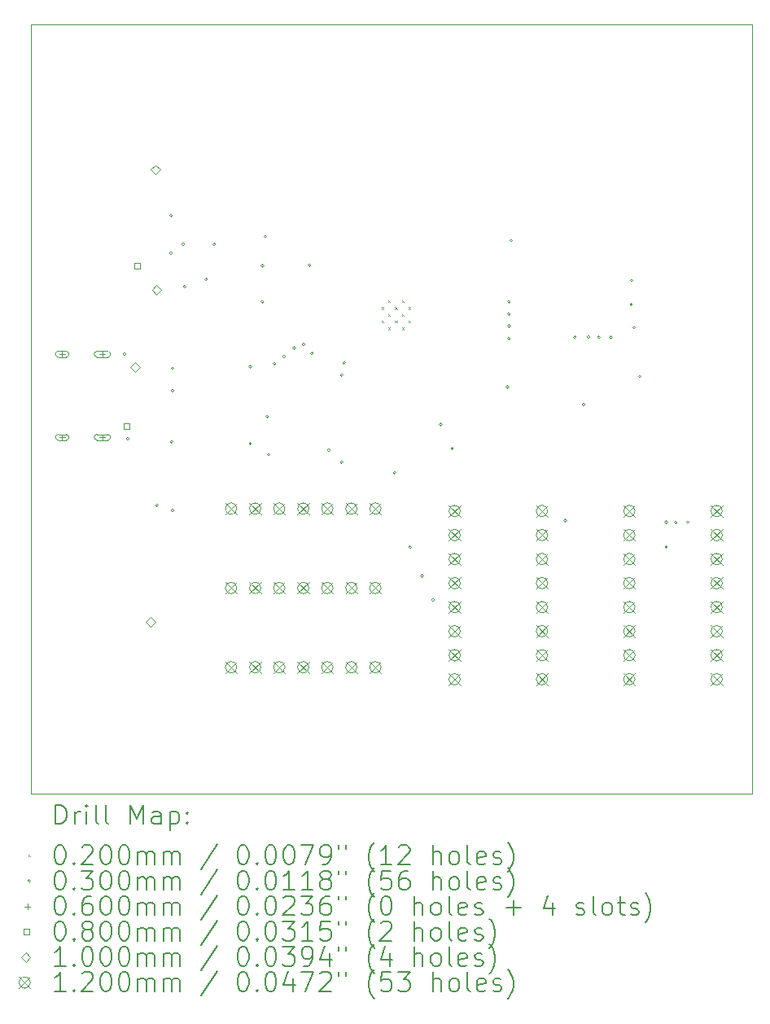
<source format=gbr>
%TF.GenerationSoftware,KiCad,Pcbnew,8.0.8*%
%TF.CreationDate,2025-04-03T15:38:05+02:00*%
%TF.ProjectId,MCU,4d43552e-6b69-4636-9164-5f7063625858,rev?*%
%TF.SameCoordinates,Original*%
%TF.FileFunction,Drillmap*%
%TF.FilePolarity,Positive*%
%FSLAX45Y45*%
G04 Gerber Fmt 4.5, Leading zero omitted, Abs format (unit mm)*
G04 Created by KiCad (PCBNEW 8.0.8) date 2025-04-03 15:38:05*
%MOMM*%
%LPD*%
G01*
G04 APERTURE LIST*
%ADD10C,0.050000*%
%ADD11C,0.200000*%
%ADD12C,0.100000*%
%ADD13C,0.120000*%
G04 APERTURE END LIST*
D10*
X9600000Y-4900000D02*
X17100000Y-4900000D01*
X17100000Y-12900000D01*
X9600000Y-12900000D01*
X9600000Y-4900000D01*
D11*
D12*
X13250000Y-7838000D02*
X13270000Y-7858000D01*
X13270000Y-7838000D02*
X13250000Y-7858000D01*
X13250000Y-7978000D02*
X13270000Y-7998000D01*
X13270000Y-7978000D02*
X13250000Y-7998000D01*
X13320000Y-7768000D02*
X13340000Y-7788000D01*
X13340000Y-7768000D02*
X13320000Y-7788000D01*
X13320000Y-7908000D02*
X13340000Y-7928000D01*
X13340000Y-7908000D02*
X13320000Y-7928000D01*
X13320000Y-8048000D02*
X13340000Y-8068000D01*
X13340000Y-8048000D02*
X13320000Y-8068000D01*
X13390000Y-7838000D02*
X13410000Y-7858000D01*
X13410000Y-7838000D02*
X13390000Y-7858000D01*
X13390000Y-7978000D02*
X13410000Y-7998000D01*
X13410000Y-7978000D02*
X13390000Y-7998000D01*
X13460000Y-7768000D02*
X13480000Y-7788000D01*
X13480000Y-7768000D02*
X13460000Y-7788000D01*
X13460000Y-7908000D02*
X13480000Y-7928000D01*
X13480000Y-7908000D02*
X13460000Y-7928000D01*
X13460000Y-8048000D02*
X13480000Y-8068000D01*
X13480000Y-8048000D02*
X13460000Y-8068000D01*
X13530000Y-7838000D02*
X13550000Y-7858000D01*
X13550000Y-7838000D02*
X13530000Y-7858000D01*
X13530000Y-7978000D02*
X13550000Y-7998000D01*
X13550000Y-7978000D02*
X13530000Y-7998000D01*
X10590000Y-8325000D02*
G75*
G02*
X10560000Y-8325000I-15000J0D01*
G01*
X10560000Y-8325000D02*
G75*
G02*
X10590000Y-8325000I15000J0D01*
G01*
X10625000Y-9207000D02*
G75*
G02*
X10595000Y-9207000I-15000J0D01*
G01*
X10595000Y-9207000D02*
G75*
G02*
X10625000Y-9207000I15000J0D01*
G01*
X10927250Y-9899250D02*
G75*
G02*
X10897250Y-9899250I-15000J0D01*
G01*
X10897250Y-9899250D02*
G75*
G02*
X10927250Y-9899250I15000J0D01*
G01*
X11075000Y-6883000D02*
G75*
G02*
X11045000Y-6883000I-15000J0D01*
G01*
X11045000Y-6883000D02*
G75*
G02*
X11075000Y-6883000I15000J0D01*
G01*
X11075000Y-7275000D02*
G75*
G02*
X11045000Y-7275000I-15000J0D01*
G01*
X11045000Y-7275000D02*
G75*
G02*
X11075000Y-7275000I15000J0D01*
G01*
X11081250Y-9238250D02*
G75*
G02*
X11051250Y-9238250I-15000J0D01*
G01*
X11051250Y-9238250D02*
G75*
G02*
X11081250Y-9238250I15000J0D01*
G01*
X11090000Y-8475000D02*
G75*
G02*
X11060000Y-8475000I-15000J0D01*
G01*
X11060000Y-8475000D02*
G75*
G02*
X11090000Y-8475000I15000J0D01*
G01*
X11090000Y-8708000D02*
G75*
G02*
X11060000Y-8708000I-15000J0D01*
G01*
X11060000Y-8708000D02*
G75*
G02*
X11090000Y-8708000I15000J0D01*
G01*
X11090000Y-9950000D02*
G75*
G02*
X11060000Y-9950000I-15000J0D01*
G01*
X11060000Y-9950000D02*
G75*
G02*
X11090000Y-9950000I15000J0D01*
G01*
X11200000Y-7183000D02*
G75*
G02*
X11170000Y-7183000I-15000J0D01*
G01*
X11170000Y-7183000D02*
G75*
G02*
X11200000Y-7183000I15000J0D01*
G01*
X11215000Y-7625000D02*
G75*
G02*
X11185000Y-7625000I-15000J0D01*
G01*
X11185000Y-7625000D02*
G75*
G02*
X11215000Y-7625000I15000J0D01*
G01*
X11440000Y-7550000D02*
G75*
G02*
X11410000Y-7550000I-15000J0D01*
G01*
X11410000Y-7550000D02*
G75*
G02*
X11440000Y-7550000I15000J0D01*
G01*
X11525000Y-7183000D02*
G75*
G02*
X11495000Y-7183000I-15000J0D01*
G01*
X11495000Y-7183000D02*
G75*
G02*
X11525000Y-7183000I15000J0D01*
G01*
X11900000Y-8458000D02*
G75*
G02*
X11870000Y-8458000I-15000J0D01*
G01*
X11870000Y-8458000D02*
G75*
G02*
X11900000Y-8458000I15000J0D01*
G01*
X11900000Y-9257000D02*
G75*
G02*
X11870000Y-9257000I-15000J0D01*
G01*
X11870000Y-9257000D02*
G75*
G02*
X11900000Y-9257000I15000J0D01*
G01*
X12025000Y-7408000D02*
G75*
G02*
X11995000Y-7408000I-15000J0D01*
G01*
X11995000Y-7408000D02*
G75*
G02*
X12025000Y-7408000I15000J0D01*
G01*
X12025000Y-7783000D02*
G75*
G02*
X11995000Y-7783000I-15000J0D01*
G01*
X11995000Y-7783000D02*
G75*
G02*
X12025000Y-7783000I15000J0D01*
G01*
X12056250Y-7101750D02*
G75*
G02*
X12026250Y-7101750I-15000J0D01*
G01*
X12026250Y-7101750D02*
G75*
G02*
X12056250Y-7101750I15000J0D01*
G01*
X12075000Y-8975000D02*
G75*
G02*
X12045000Y-8975000I-15000J0D01*
G01*
X12045000Y-8975000D02*
G75*
G02*
X12075000Y-8975000I15000J0D01*
G01*
X12090000Y-9372000D02*
G75*
G02*
X12060000Y-9372000I-15000J0D01*
G01*
X12060000Y-9372000D02*
G75*
G02*
X12090000Y-9372000I15000J0D01*
G01*
X12150000Y-8425000D02*
G75*
G02*
X12120000Y-8425000I-15000J0D01*
G01*
X12120000Y-8425000D02*
G75*
G02*
X12150000Y-8425000I15000J0D01*
G01*
X12250000Y-8350000D02*
G75*
G02*
X12220000Y-8350000I-15000J0D01*
G01*
X12220000Y-8350000D02*
G75*
G02*
X12250000Y-8350000I15000J0D01*
G01*
X12356000Y-8264000D02*
G75*
G02*
X12326000Y-8264000I-15000J0D01*
G01*
X12326000Y-8264000D02*
G75*
G02*
X12356000Y-8264000I15000J0D01*
G01*
X12455000Y-8225000D02*
G75*
G02*
X12425000Y-8225000I-15000J0D01*
G01*
X12425000Y-8225000D02*
G75*
G02*
X12455000Y-8225000I15000J0D01*
G01*
X12515000Y-7400000D02*
G75*
G02*
X12485000Y-7400000I-15000J0D01*
G01*
X12485000Y-7400000D02*
G75*
G02*
X12515000Y-7400000I15000J0D01*
G01*
X12540000Y-8320000D02*
G75*
G02*
X12510000Y-8320000I-15000J0D01*
G01*
X12510000Y-8320000D02*
G75*
G02*
X12540000Y-8320000I15000J0D01*
G01*
X12715000Y-9325000D02*
G75*
G02*
X12685000Y-9325000I-15000J0D01*
G01*
X12685000Y-9325000D02*
G75*
G02*
X12715000Y-9325000I15000J0D01*
G01*
X12850000Y-8543000D02*
G75*
G02*
X12820000Y-8543000I-15000J0D01*
G01*
X12820000Y-8543000D02*
G75*
G02*
X12850000Y-8543000I15000J0D01*
G01*
X12850000Y-9450000D02*
G75*
G02*
X12820000Y-9450000I-15000J0D01*
G01*
X12820000Y-9450000D02*
G75*
G02*
X12850000Y-9450000I15000J0D01*
G01*
X12875000Y-8416000D02*
G75*
G02*
X12845000Y-8416000I-15000J0D01*
G01*
X12845000Y-8416000D02*
G75*
G02*
X12875000Y-8416000I15000J0D01*
G01*
X13400000Y-9558000D02*
G75*
G02*
X13370000Y-9558000I-15000J0D01*
G01*
X13370000Y-9558000D02*
G75*
G02*
X13400000Y-9558000I15000J0D01*
G01*
X13560000Y-10333000D02*
G75*
G02*
X13530000Y-10333000I-15000J0D01*
G01*
X13530000Y-10333000D02*
G75*
G02*
X13560000Y-10333000I15000J0D01*
G01*
X13685000Y-10633000D02*
G75*
G02*
X13655000Y-10633000I-15000J0D01*
G01*
X13655000Y-10633000D02*
G75*
G02*
X13685000Y-10633000I15000J0D01*
G01*
X13800000Y-10883000D02*
G75*
G02*
X13770000Y-10883000I-15000J0D01*
G01*
X13770000Y-10883000D02*
G75*
G02*
X13800000Y-10883000I15000J0D01*
G01*
X13882500Y-9058000D02*
G75*
G02*
X13852500Y-9058000I-15000J0D01*
G01*
X13852500Y-9058000D02*
G75*
G02*
X13882500Y-9058000I15000J0D01*
G01*
X14000000Y-9308000D02*
G75*
G02*
X13970000Y-9308000I-15000J0D01*
G01*
X13970000Y-9308000D02*
G75*
G02*
X14000000Y-9308000I15000J0D01*
G01*
X14575000Y-8670000D02*
G75*
G02*
X14545000Y-8670000I-15000J0D01*
G01*
X14545000Y-8670000D02*
G75*
G02*
X14575000Y-8670000I15000J0D01*
G01*
X14590000Y-7781000D02*
G75*
G02*
X14560000Y-7781000I-15000J0D01*
G01*
X14560000Y-7781000D02*
G75*
G02*
X14590000Y-7781000I15000J0D01*
G01*
X14590000Y-7908000D02*
G75*
G02*
X14560000Y-7908000I-15000J0D01*
G01*
X14560000Y-7908000D02*
G75*
G02*
X14590000Y-7908000I15000J0D01*
G01*
X14590000Y-8033000D02*
G75*
G02*
X14560000Y-8033000I-15000J0D01*
G01*
X14560000Y-8033000D02*
G75*
G02*
X14590000Y-8033000I15000J0D01*
G01*
X14590000Y-8162000D02*
G75*
G02*
X14560000Y-8162000I-15000J0D01*
G01*
X14560000Y-8162000D02*
G75*
G02*
X14590000Y-8162000I15000J0D01*
G01*
X14612500Y-7145500D02*
G75*
G02*
X14582500Y-7145500I-15000J0D01*
G01*
X14582500Y-7145500D02*
G75*
G02*
X14612500Y-7145500I15000J0D01*
G01*
X15175000Y-10058000D02*
G75*
G02*
X15145000Y-10058000I-15000J0D01*
G01*
X15145000Y-10058000D02*
G75*
G02*
X15175000Y-10058000I15000J0D01*
G01*
X15275000Y-8150000D02*
G75*
G02*
X15245000Y-8150000I-15000J0D01*
G01*
X15245000Y-8150000D02*
G75*
G02*
X15275000Y-8150000I15000J0D01*
G01*
X15365000Y-8850000D02*
G75*
G02*
X15335000Y-8850000I-15000J0D01*
G01*
X15335000Y-8850000D02*
G75*
G02*
X15365000Y-8850000I15000J0D01*
G01*
X15416000Y-8149000D02*
G75*
G02*
X15386000Y-8149000I-15000J0D01*
G01*
X15386000Y-8149000D02*
G75*
G02*
X15416000Y-8149000I15000J0D01*
G01*
X15525000Y-8150000D02*
G75*
G02*
X15495000Y-8150000I-15000J0D01*
G01*
X15495000Y-8150000D02*
G75*
G02*
X15525000Y-8150000I15000J0D01*
G01*
X15650000Y-8150000D02*
G75*
G02*
X15620000Y-8150000I-15000J0D01*
G01*
X15620000Y-8150000D02*
G75*
G02*
X15650000Y-8150000I15000J0D01*
G01*
X15861500Y-7809000D02*
G75*
G02*
X15831500Y-7809000I-15000J0D01*
G01*
X15831500Y-7809000D02*
G75*
G02*
X15861500Y-7809000I15000J0D01*
G01*
X15865000Y-7559000D02*
G75*
G02*
X15835000Y-7559000I-15000J0D01*
G01*
X15835000Y-7559000D02*
G75*
G02*
X15865000Y-7559000I15000J0D01*
G01*
X15890000Y-8050000D02*
G75*
G02*
X15860000Y-8050000I-15000J0D01*
G01*
X15860000Y-8050000D02*
G75*
G02*
X15890000Y-8050000I15000J0D01*
G01*
X15950000Y-8559000D02*
G75*
G02*
X15920000Y-8559000I-15000J0D01*
G01*
X15920000Y-8559000D02*
G75*
G02*
X15950000Y-8559000I15000J0D01*
G01*
X16225000Y-10075000D02*
G75*
G02*
X16195000Y-10075000I-15000J0D01*
G01*
X16195000Y-10075000D02*
G75*
G02*
X16225000Y-10075000I15000J0D01*
G01*
X16225000Y-10333000D02*
G75*
G02*
X16195000Y-10333000I-15000J0D01*
G01*
X16195000Y-10333000D02*
G75*
G02*
X16225000Y-10333000I15000J0D01*
G01*
X16325000Y-10075000D02*
G75*
G02*
X16295000Y-10075000I-15000J0D01*
G01*
X16295000Y-10075000D02*
G75*
G02*
X16325000Y-10075000I15000J0D01*
G01*
X16450000Y-10075000D02*
G75*
G02*
X16420000Y-10075000I-15000J0D01*
G01*
X16420000Y-10075000D02*
G75*
G02*
X16450000Y-10075000I15000J0D01*
G01*
X9927500Y-8296000D02*
X9927500Y-8356000D01*
X9897500Y-8326000D02*
X9957500Y-8326000D01*
X9967500Y-8296000D02*
X9887500Y-8296000D01*
X9887500Y-8356000D02*
G75*
G02*
X9887500Y-8296000I0J30000D01*
G01*
X9887500Y-8356000D02*
X9967500Y-8356000D01*
X9967500Y-8356000D02*
G75*
G03*
X9967500Y-8296000I0J30000D01*
G01*
X9927500Y-9160000D02*
X9927500Y-9220000D01*
X9897500Y-9190000D02*
X9957500Y-9190000D01*
X9967500Y-9160000D02*
X9887500Y-9160000D01*
X9887500Y-9220000D02*
G75*
G02*
X9887500Y-9160000I0J30000D01*
G01*
X9887500Y-9220000D02*
X9967500Y-9220000D01*
X9967500Y-9220000D02*
G75*
G03*
X9967500Y-9160000I0J30000D01*
G01*
X10345500Y-8296000D02*
X10345500Y-8356000D01*
X10315500Y-8326000D02*
X10375500Y-8326000D01*
X10400500Y-8296000D02*
X10290500Y-8296000D01*
X10290500Y-8356000D02*
G75*
G02*
X10290500Y-8296000I0J30000D01*
G01*
X10290500Y-8356000D02*
X10400500Y-8356000D01*
X10400500Y-8356000D02*
G75*
G03*
X10400500Y-8296000I0J30000D01*
G01*
X10345500Y-9160000D02*
X10345500Y-9220000D01*
X10315500Y-9190000D02*
X10375500Y-9190000D01*
X10400500Y-9160000D02*
X10290500Y-9160000D01*
X10290500Y-9220000D02*
G75*
G02*
X10290500Y-9160000I0J30000D01*
G01*
X10290500Y-9220000D02*
X10400500Y-9220000D01*
X10400500Y-9220000D02*
G75*
G03*
X10400500Y-9160000I0J30000D01*
G01*
X10628285Y-9103285D02*
X10628285Y-9046716D01*
X10571716Y-9046716D01*
X10571716Y-9103285D01*
X10628285Y-9103285D01*
X10738285Y-7436284D02*
X10738285Y-7379715D01*
X10681716Y-7379715D01*
X10681716Y-7436284D01*
X10738285Y-7436284D01*
X10687500Y-8512500D02*
X10737500Y-8462500D01*
X10687500Y-8412500D01*
X10637500Y-8462500D01*
X10687500Y-8512500D01*
X10850000Y-11160250D02*
X10900000Y-11110250D01*
X10850000Y-11060250D01*
X10800000Y-11110250D01*
X10850000Y-11160250D01*
X10900000Y-6458000D02*
X10950000Y-6408000D01*
X10900000Y-6358000D01*
X10850000Y-6408000D01*
X10900000Y-6458000D01*
X10910000Y-7708000D02*
X10960000Y-7658000D01*
X10910000Y-7608000D01*
X10860000Y-7658000D01*
X10910000Y-7708000D01*
D13*
X11625000Y-9873000D02*
X11745000Y-9993000D01*
X11745000Y-9873000D02*
X11625000Y-9993000D01*
X11745000Y-9933000D02*
G75*
G02*
X11625000Y-9933000I-60000J0D01*
G01*
X11625000Y-9933000D02*
G75*
G02*
X11745000Y-9933000I60000J0D01*
G01*
X11625000Y-10698000D02*
X11745000Y-10818000D01*
X11745000Y-10698000D02*
X11625000Y-10818000D01*
X11745000Y-10758000D02*
G75*
G02*
X11625000Y-10758000I-60000J0D01*
G01*
X11625000Y-10758000D02*
G75*
G02*
X11745000Y-10758000I60000J0D01*
G01*
X11625000Y-11523000D02*
X11745000Y-11643000D01*
X11745000Y-11523000D02*
X11625000Y-11643000D01*
X11745000Y-11583000D02*
G75*
G02*
X11625000Y-11583000I-60000J0D01*
G01*
X11625000Y-11583000D02*
G75*
G02*
X11745000Y-11583000I60000J0D01*
G01*
X11875000Y-9873000D02*
X11995000Y-9993000D01*
X11995000Y-9873000D02*
X11875000Y-9993000D01*
X11995000Y-9933000D02*
G75*
G02*
X11875000Y-9933000I-60000J0D01*
G01*
X11875000Y-9933000D02*
G75*
G02*
X11995000Y-9933000I60000J0D01*
G01*
X11875000Y-10698000D02*
X11995000Y-10818000D01*
X11995000Y-10698000D02*
X11875000Y-10818000D01*
X11995000Y-10758000D02*
G75*
G02*
X11875000Y-10758000I-60000J0D01*
G01*
X11875000Y-10758000D02*
G75*
G02*
X11995000Y-10758000I60000J0D01*
G01*
X11875000Y-11523000D02*
X11995000Y-11643000D01*
X11995000Y-11523000D02*
X11875000Y-11643000D01*
X11995000Y-11583000D02*
G75*
G02*
X11875000Y-11583000I-60000J0D01*
G01*
X11875000Y-11583000D02*
G75*
G02*
X11995000Y-11583000I60000J0D01*
G01*
X12125000Y-9873000D02*
X12245000Y-9993000D01*
X12245000Y-9873000D02*
X12125000Y-9993000D01*
X12245000Y-9933000D02*
G75*
G02*
X12125000Y-9933000I-60000J0D01*
G01*
X12125000Y-9933000D02*
G75*
G02*
X12245000Y-9933000I60000J0D01*
G01*
X12125000Y-10698000D02*
X12245000Y-10818000D01*
X12245000Y-10698000D02*
X12125000Y-10818000D01*
X12245000Y-10758000D02*
G75*
G02*
X12125000Y-10758000I-60000J0D01*
G01*
X12125000Y-10758000D02*
G75*
G02*
X12245000Y-10758000I60000J0D01*
G01*
X12125000Y-11523000D02*
X12245000Y-11643000D01*
X12245000Y-11523000D02*
X12125000Y-11643000D01*
X12245000Y-11583000D02*
G75*
G02*
X12125000Y-11583000I-60000J0D01*
G01*
X12125000Y-11583000D02*
G75*
G02*
X12245000Y-11583000I60000J0D01*
G01*
X12375000Y-9873000D02*
X12495000Y-9993000D01*
X12495000Y-9873000D02*
X12375000Y-9993000D01*
X12495000Y-9933000D02*
G75*
G02*
X12375000Y-9933000I-60000J0D01*
G01*
X12375000Y-9933000D02*
G75*
G02*
X12495000Y-9933000I60000J0D01*
G01*
X12375000Y-10698000D02*
X12495000Y-10818000D01*
X12495000Y-10698000D02*
X12375000Y-10818000D01*
X12495000Y-10758000D02*
G75*
G02*
X12375000Y-10758000I-60000J0D01*
G01*
X12375000Y-10758000D02*
G75*
G02*
X12495000Y-10758000I60000J0D01*
G01*
X12375000Y-11523000D02*
X12495000Y-11643000D01*
X12495000Y-11523000D02*
X12375000Y-11643000D01*
X12495000Y-11583000D02*
G75*
G02*
X12375000Y-11583000I-60000J0D01*
G01*
X12375000Y-11583000D02*
G75*
G02*
X12495000Y-11583000I60000J0D01*
G01*
X12625000Y-9873000D02*
X12745000Y-9993000D01*
X12745000Y-9873000D02*
X12625000Y-9993000D01*
X12745000Y-9933000D02*
G75*
G02*
X12625000Y-9933000I-60000J0D01*
G01*
X12625000Y-9933000D02*
G75*
G02*
X12745000Y-9933000I60000J0D01*
G01*
X12625000Y-10698000D02*
X12745000Y-10818000D01*
X12745000Y-10698000D02*
X12625000Y-10818000D01*
X12745000Y-10758000D02*
G75*
G02*
X12625000Y-10758000I-60000J0D01*
G01*
X12625000Y-10758000D02*
G75*
G02*
X12745000Y-10758000I60000J0D01*
G01*
X12625000Y-11523000D02*
X12745000Y-11643000D01*
X12745000Y-11523000D02*
X12625000Y-11643000D01*
X12745000Y-11583000D02*
G75*
G02*
X12625000Y-11583000I-60000J0D01*
G01*
X12625000Y-11583000D02*
G75*
G02*
X12745000Y-11583000I60000J0D01*
G01*
X12875000Y-9873000D02*
X12995000Y-9993000D01*
X12995000Y-9873000D02*
X12875000Y-9993000D01*
X12995000Y-9933000D02*
G75*
G02*
X12875000Y-9933000I-60000J0D01*
G01*
X12875000Y-9933000D02*
G75*
G02*
X12995000Y-9933000I60000J0D01*
G01*
X12875000Y-10698000D02*
X12995000Y-10818000D01*
X12995000Y-10698000D02*
X12875000Y-10818000D01*
X12995000Y-10758000D02*
G75*
G02*
X12875000Y-10758000I-60000J0D01*
G01*
X12875000Y-10758000D02*
G75*
G02*
X12995000Y-10758000I60000J0D01*
G01*
X12875000Y-11523000D02*
X12995000Y-11643000D01*
X12995000Y-11523000D02*
X12875000Y-11643000D01*
X12995000Y-11583000D02*
G75*
G02*
X12875000Y-11583000I-60000J0D01*
G01*
X12875000Y-11583000D02*
G75*
G02*
X12995000Y-11583000I60000J0D01*
G01*
X13125000Y-9873000D02*
X13245000Y-9993000D01*
X13245000Y-9873000D02*
X13125000Y-9993000D01*
X13245000Y-9933000D02*
G75*
G02*
X13125000Y-9933000I-60000J0D01*
G01*
X13125000Y-9933000D02*
G75*
G02*
X13245000Y-9933000I60000J0D01*
G01*
X13125000Y-10698000D02*
X13245000Y-10818000D01*
X13245000Y-10698000D02*
X13125000Y-10818000D01*
X13245000Y-10758000D02*
G75*
G02*
X13125000Y-10758000I-60000J0D01*
G01*
X13125000Y-10758000D02*
G75*
G02*
X13245000Y-10758000I60000J0D01*
G01*
X13125000Y-11523000D02*
X13245000Y-11643000D01*
X13245000Y-11523000D02*
X13125000Y-11643000D01*
X13245000Y-11583000D02*
G75*
G02*
X13125000Y-11583000I-60000J0D01*
G01*
X13125000Y-11583000D02*
G75*
G02*
X13245000Y-11583000I60000J0D01*
G01*
X13950000Y-9898000D02*
X14070000Y-10018000D01*
X14070000Y-9898000D02*
X13950000Y-10018000D01*
X14070000Y-9958000D02*
G75*
G02*
X13950000Y-9958000I-60000J0D01*
G01*
X13950000Y-9958000D02*
G75*
G02*
X14070000Y-9958000I60000J0D01*
G01*
X13950000Y-10148000D02*
X14070000Y-10268000D01*
X14070000Y-10148000D02*
X13950000Y-10268000D01*
X14070000Y-10208000D02*
G75*
G02*
X13950000Y-10208000I-60000J0D01*
G01*
X13950000Y-10208000D02*
G75*
G02*
X14070000Y-10208000I60000J0D01*
G01*
X13950000Y-10398000D02*
X14070000Y-10518000D01*
X14070000Y-10398000D02*
X13950000Y-10518000D01*
X14070000Y-10458000D02*
G75*
G02*
X13950000Y-10458000I-60000J0D01*
G01*
X13950000Y-10458000D02*
G75*
G02*
X14070000Y-10458000I60000J0D01*
G01*
X13950000Y-10648000D02*
X14070000Y-10768000D01*
X14070000Y-10648000D02*
X13950000Y-10768000D01*
X14070000Y-10708000D02*
G75*
G02*
X13950000Y-10708000I-60000J0D01*
G01*
X13950000Y-10708000D02*
G75*
G02*
X14070000Y-10708000I60000J0D01*
G01*
X13950000Y-10898000D02*
X14070000Y-11018000D01*
X14070000Y-10898000D02*
X13950000Y-11018000D01*
X14070000Y-10958000D02*
G75*
G02*
X13950000Y-10958000I-60000J0D01*
G01*
X13950000Y-10958000D02*
G75*
G02*
X14070000Y-10958000I60000J0D01*
G01*
X13950000Y-11148000D02*
X14070000Y-11268000D01*
X14070000Y-11148000D02*
X13950000Y-11268000D01*
X14070000Y-11208000D02*
G75*
G02*
X13950000Y-11208000I-60000J0D01*
G01*
X13950000Y-11208000D02*
G75*
G02*
X14070000Y-11208000I60000J0D01*
G01*
X13950000Y-11398000D02*
X14070000Y-11518000D01*
X14070000Y-11398000D02*
X13950000Y-11518000D01*
X14070000Y-11458000D02*
G75*
G02*
X13950000Y-11458000I-60000J0D01*
G01*
X13950000Y-11458000D02*
G75*
G02*
X14070000Y-11458000I60000J0D01*
G01*
X13950000Y-11648000D02*
X14070000Y-11768000D01*
X14070000Y-11648000D02*
X13950000Y-11768000D01*
X14070000Y-11708000D02*
G75*
G02*
X13950000Y-11708000I-60000J0D01*
G01*
X13950000Y-11708000D02*
G75*
G02*
X14070000Y-11708000I60000J0D01*
G01*
X14858333Y-9898000D02*
X14978333Y-10018000D01*
X14978333Y-9898000D02*
X14858333Y-10018000D01*
X14978333Y-9958000D02*
G75*
G02*
X14858333Y-9958000I-60000J0D01*
G01*
X14858333Y-9958000D02*
G75*
G02*
X14978333Y-9958000I60000J0D01*
G01*
X14858333Y-10148000D02*
X14978333Y-10268000D01*
X14978333Y-10148000D02*
X14858333Y-10268000D01*
X14978333Y-10208000D02*
G75*
G02*
X14858333Y-10208000I-60000J0D01*
G01*
X14858333Y-10208000D02*
G75*
G02*
X14978333Y-10208000I60000J0D01*
G01*
X14858333Y-10398000D02*
X14978333Y-10518000D01*
X14978333Y-10398000D02*
X14858333Y-10518000D01*
X14978333Y-10458000D02*
G75*
G02*
X14858333Y-10458000I-60000J0D01*
G01*
X14858333Y-10458000D02*
G75*
G02*
X14978333Y-10458000I60000J0D01*
G01*
X14858333Y-10648000D02*
X14978333Y-10768000D01*
X14978333Y-10648000D02*
X14858333Y-10768000D01*
X14978333Y-10708000D02*
G75*
G02*
X14858333Y-10708000I-60000J0D01*
G01*
X14858333Y-10708000D02*
G75*
G02*
X14978333Y-10708000I60000J0D01*
G01*
X14858333Y-10898000D02*
X14978333Y-11018000D01*
X14978333Y-10898000D02*
X14858333Y-11018000D01*
X14978333Y-10958000D02*
G75*
G02*
X14858333Y-10958000I-60000J0D01*
G01*
X14858333Y-10958000D02*
G75*
G02*
X14978333Y-10958000I60000J0D01*
G01*
X14858333Y-11148000D02*
X14978333Y-11268000D01*
X14978333Y-11148000D02*
X14858333Y-11268000D01*
X14978333Y-11208000D02*
G75*
G02*
X14858333Y-11208000I-60000J0D01*
G01*
X14858333Y-11208000D02*
G75*
G02*
X14978333Y-11208000I60000J0D01*
G01*
X14858333Y-11398000D02*
X14978333Y-11518000D01*
X14978333Y-11398000D02*
X14858333Y-11518000D01*
X14978333Y-11458000D02*
G75*
G02*
X14858333Y-11458000I-60000J0D01*
G01*
X14858333Y-11458000D02*
G75*
G02*
X14978333Y-11458000I60000J0D01*
G01*
X14858333Y-11648000D02*
X14978333Y-11768000D01*
X14978333Y-11648000D02*
X14858333Y-11768000D01*
X14978333Y-11708000D02*
G75*
G02*
X14858333Y-11708000I-60000J0D01*
G01*
X14858333Y-11708000D02*
G75*
G02*
X14978333Y-11708000I60000J0D01*
G01*
X15766667Y-9898000D02*
X15886667Y-10018000D01*
X15886667Y-9898000D02*
X15766667Y-10018000D01*
X15886667Y-9958000D02*
G75*
G02*
X15766667Y-9958000I-60000J0D01*
G01*
X15766667Y-9958000D02*
G75*
G02*
X15886667Y-9958000I60000J0D01*
G01*
X15766667Y-10148000D02*
X15886667Y-10268000D01*
X15886667Y-10148000D02*
X15766667Y-10268000D01*
X15886667Y-10208000D02*
G75*
G02*
X15766667Y-10208000I-60000J0D01*
G01*
X15766667Y-10208000D02*
G75*
G02*
X15886667Y-10208000I60000J0D01*
G01*
X15766667Y-10398000D02*
X15886667Y-10518000D01*
X15886667Y-10398000D02*
X15766667Y-10518000D01*
X15886667Y-10458000D02*
G75*
G02*
X15766667Y-10458000I-60000J0D01*
G01*
X15766667Y-10458000D02*
G75*
G02*
X15886667Y-10458000I60000J0D01*
G01*
X15766667Y-10648000D02*
X15886667Y-10768000D01*
X15886667Y-10648000D02*
X15766667Y-10768000D01*
X15886667Y-10708000D02*
G75*
G02*
X15766667Y-10708000I-60000J0D01*
G01*
X15766667Y-10708000D02*
G75*
G02*
X15886667Y-10708000I60000J0D01*
G01*
X15766667Y-10898000D02*
X15886667Y-11018000D01*
X15886667Y-10898000D02*
X15766667Y-11018000D01*
X15886667Y-10958000D02*
G75*
G02*
X15766667Y-10958000I-60000J0D01*
G01*
X15766667Y-10958000D02*
G75*
G02*
X15886667Y-10958000I60000J0D01*
G01*
X15766667Y-11148000D02*
X15886667Y-11268000D01*
X15886667Y-11148000D02*
X15766667Y-11268000D01*
X15886667Y-11208000D02*
G75*
G02*
X15766667Y-11208000I-60000J0D01*
G01*
X15766667Y-11208000D02*
G75*
G02*
X15886667Y-11208000I60000J0D01*
G01*
X15766667Y-11398000D02*
X15886667Y-11518000D01*
X15886667Y-11398000D02*
X15766667Y-11518000D01*
X15886667Y-11458000D02*
G75*
G02*
X15766667Y-11458000I-60000J0D01*
G01*
X15766667Y-11458000D02*
G75*
G02*
X15886667Y-11458000I60000J0D01*
G01*
X15766667Y-11648000D02*
X15886667Y-11768000D01*
X15886667Y-11648000D02*
X15766667Y-11768000D01*
X15886667Y-11708000D02*
G75*
G02*
X15766667Y-11708000I-60000J0D01*
G01*
X15766667Y-11708000D02*
G75*
G02*
X15886667Y-11708000I60000J0D01*
G01*
X16675000Y-9898000D02*
X16795000Y-10018000D01*
X16795000Y-9898000D02*
X16675000Y-10018000D01*
X16795000Y-9958000D02*
G75*
G02*
X16675000Y-9958000I-60000J0D01*
G01*
X16675000Y-9958000D02*
G75*
G02*
X16795000Y-9958000I60000J0D01*
G01*
X16675000Y-10148000D02*
X16795000Y-10268000D01*
X16795000Y-10148000D02*
X16675000Y-10268000D01*
X16795000Y-10208000D02*
G75*
G02*
X16675000Y-10208000I-60000J0D01*
G01*
X16675000Y-10208000D02*
G75*
G02*
X16795000Y-10208000I60000J0D01*
G01*
X16675000Y-10398000D02*
X16795000Y-10518000D01*
X16795000Y-10398000D02*
X16675000Y-10518000D01*
X16795000Y-10458000D02*
G75*
G02*
X16675000Y-10458000I-60000J0D01*
G01*
X16675000Y-10458000D02*
G75*
G02*
X16795000Y-10458000I60000J0D01*
G01*
X16675000Y-10648000D02*
X16795000Y-10768000D01*
X16795000Y-10648000D02*
X16675000Y-10768000D01*
X16795000Y-10708000D02*
G75*
G02*
X16675000Y-10708000I-60000J0D01*
G01*
X16675000Y-10708000D02*
G75*
G02*
X16795000Y-10708000I60000J0D01*
G01*
X16675000Y-10898000D02*
X16795000Y-11018000D01*
X16795000Y-10898000D02*
X16675000Y-11018000D01*
X16795000Y-10958000D02*
G75*
G02*
X16675000Y-10958000I-60000J0D01*
G01*
X16675000Y-10958000D02*
G75*
G02*
X16795000Y-10958000I60000J0D01*
G01*
X16675000Y-11148000D02*
X16795000Y-11268000D01*
X16795000Y-11148000D02*
X16675000Y-11268000D01*
X16795000Y-11208000D02*
G75*
G02*
X16675000Y-11208000I-60000J0D01*
G01*
X16675000Y-11208000D02*
G75*
G02*
X16795000Y-11208000I60000J0D01*
G01*
X16675000Y-11398000D02*
X16795000Y-11518000D01*
X16795000Y-11398000D02*
X16675000Y-11518000D01*
X16795000Y-11458000D02*
G75*
G02*
X16675000Y-11458000I-60000J0D01*
G01*
X16675000Y-11458000D02*
G75*
G02*
X16795000Y-11458000I60000J0D01*
G01*
X16675000Y-11648000D02*
X16795000Y-11768000D01*
X16795000Y-11648000D02*
X16675000Y-11768000D01*
X16795000Y-11708000D02*
G75*
G02*
X16675000Y-11708000I-60000J0D01*
G01*
X16675000Y-11708000D02*
G75*
G02*
X16795000Y-11708000I60000J0D01*
G01*
D11*
X9858277Y-13213984D02*
X9858277Y-13013984D01*
X9858277Y-13013984D02*
X9905896Y-13013984D01*
X9905896Y-13013984D02*
X9934467Y-13023508D01*
X9934467Y-13023508D02*
X9953515Y-13042555D01*
X9953515Y-13042555D02*
X9963039Y-13061603D01*
X9963039Y-13061603D02*
X9972563Y-13099698D01*
X9972563Y-13099698D02*
X9972563Y-13128269D01*
X9972563Y-13128269D02*
X9963039Y-13166365D01*
X9963039Y-13166365D02*
X9953515Y-13185412D01*
X9953515Y-13185412D02*
X9934467Y-13204460D01*
X9934467Y-13204460D02*
X9905896Y-13213984D01*
X9905896Y-13213984D02*
X9858277Y-13213984D01*
X10058277Y-13213984D02*
X10058277Y-13080650D01*
X10058277Y-13118746D02*
X10067801Y-13099698D01*
X10067801Y-13099698D02*
X10077324Y-13090174D01*
X10077324Y-13090174D02*
X10096372Y-13080650D01*
X10096372Y-13080650D02*
X10115420Y-13080650D01*
X10182086Y-13213984D02*
X10182086Y-13080650D01*
X10182086Y-13013984D02*
X10172563Y-13023508D01*
X10172563Y-13023508D02*
X10182086Y-13033031D01*
X10182086Y-13033031D02*
X10191610Y-13023508D01*
X10191610Y-13023508D02*
X10182086Y-13013984D01*
X10182086Y-13013984D02*
X10182086Y-13033031D01*
X10305896Y-13213984D02*
X10286848Y-13204460D01*
X10286848Y-13204460D02*
X10277324Y-13185412D01*
X10277324Y-13185412D02*
X10277324Y-13013984D01*
X10410658Y-13213984D02*
X10391610Y-13204460D01*
X10391610Y-13204460D02*
X10382086Y-13185412D01*
X10382086Y-13185412D02*
X10382086Y-13013984D01*
X10639229Y-13213984D02*
X10639229Y-13013984D01*
X10639229Y-13013984D02*
X10705896Y-13156841D01*
X10705896Y-13156841D02*
X10772563Y-13013984D01*
X10772563Y-13013984D02*
X10772563Y-13213984D01*
X10953515Y-13213984D02*
X10953515Y-13109222D01*
X10953515Y-13109222D02*
X10943991Y-13090174D01*
X10943991Y-13090174D02*
X10924944Y-13080650D01*
X10924944Y-13080650D02*
X10886848Y-13080650D01*
X10886848Y-13080650D02*
X10867801Y-13090174D01*
X10953515Y-13204460D02*
X10934467Y-13213984D01*
X10934467Y-13213984D02*
X10886848Y-13213984D01*
X10886848Y-13213984D02*
X10867801Y-13204460D01*
X10867801Y-13204460D02*
X10858277Y-13185412D01*
X10858277Y-13185412D02*
X10858277Y-13166365D01*
X10858277Y-13166365D02*
X10867801Y-13147317D01*
X10867801Y-13147317D02*
X10886848Y-13137793D01*
X10886848Y-13137793D02*
X10934467Y-13137793D01*
X10934467Y-13137793D02*
X10953515Y-13128269D01*
X11048753Y-13080650D02*
X11048753Y-13280650D01*
X11048753Y-13090174D02*
X11067801Y-13080650D01*
X11067801Y-13080650D02*
X11105896Y-13080650D01*
X11105896Y-13080650D02*
X11124944Y-13090174D01*
X11124944Y-13090174D02*
X11134467Y-13099698D01*
X11134467Y-13099698D02*
X11143991Y-13118746D01*
X11143991Y-13118746D02*
X11143991Y-13175888D01*
X11143991Y-13175888D02*
X11134467Y-13194936D01*
X11134467Y-13194936D02*
X11124944Y-13204460D01*
X11124944Y-13204460D02*
X11105896Y-13213984D01*
X11105896Y-13213984D02*
X11067801Y-13213984D01*
X11067801Y-13213984D02*
X11048753Y-13204460D01*
X11229705Y-13194936D02*
X11239229Y-13204460D01*
X11239229Y-13204460D02*
X11229705Y-13213984D01*
X11229705Y-13213984D02*
X11220182Y-13204460D01*
X11220182Y-13204460D02*
X11229705Y-13194936D01*
X11229705Y-13194936D02*
X11229705Y-13213984D01*
X11229705Y-13090174D02*
X11239229Y-13099698D01*
X11239229Y-13099698D02*
X11229705Y-13109222D01*
X11229705Y-13109222D02*
X11220182Y-13099698D01*
X11220182Y-13099698D02*
X11229705Y-13090174D01*
X11229705Y-13090174D02*
X11229705Y-13109222D01*
D12*
X9577500Y-13532500D02*
X9597500Y-13552500D01*
X9597500Y-13532500D02*
X9577500Y-13552500D01*
D11*
X9896372Y-13433984D02*
X9915420Y-13433984D01*
X9915420Y-13433984D02*
X9934467Y-13443508D01*
X9934467Y-13443508D02*
X9943991Y-13453031D01*
X9943991Y-13453031D02*
X9953515Y-13472079D01*
X9953515Y-13472079D02*
X9963039Y-13510174D01*
X9963039Y-13510174D02*
X9963039Y-13557793D01*
X9963039Y-13557793D02*
X9953515Y-13595888D01*
X9953515Y-13595888D02*
X9943991Y-13614936D01*
X9943991Y-13614936D02*
X9934467Y-13624460D01*
X9934467Y-13624460D02*
X9915420Y-13633984D01*
X9915420Y-13633984D02*
X9896372Y-13633984D01*
X9896372Y-13633984D02*
X9877324Y-13624460D01*
X9877324Y-13624460D02*
X9867801Y-13614936D01*
X9867801Y-13614936D02*
X9858277Y-13595888D01*
X9858277Y-13595888D02*
X9848753Y-13557793D01*
X9848753Y-13557793D02*
X9848753Y-13510174D01*
X9848753Y-13510174D02*
X9858277Y-13472079D01*
X9858277Y-13472079D02*
X9867801Y-13453031D01*
X9867801Y-13453031D02*
X9877324Y-13443508D01*
X9877324Y-13443508D02*
X9896372Y-13433984D01*
X10048753Y-13614936D02*
X10058277Y-13624460D01*
X10058277Y-13624460D02*
X10048753Y-13633984D01*
X10048753Y-13633984D02*
X10039229Y-13624460D01*
X10039229Y-13624460D02*
X10048753Y-13614936D01*
X10048753Y-13614936D02*
X10048753Y-13633984D01*
X10134467Y-13453031D02*
X10143991Y-13443508D01*
X10143991Y-13443508D02*
X10163039Y-13433984D01*
X10163039Y-13433984D02*
X10210658Y-13433984D01*
X10210658Y-13433984D02*
X10229705Y-13443508D01*
X10229705Y-13443508D02*
X10239229Y-13453031D01*
X10239229Y-13453031D02*
X10248753Y-13472079D01*
X10248753Y-13472079D02*
X10248753Y-13491127D01*
X10248753Y-13491127D02*
X10239229Y-13519698D01*
X10239229Y-13519698D02*
X10124944Y-13633984D01*
X10124944Y-13633984D02*
X10248753Y-13633984D01*
X10372563Y-13433984D02*
X10391610Y-13433984D01*
X10391610Y-13433984D02*
X10410658Y-13443508D01*
X10410658Y-13443508D02*
X10420182Y-13453031D01*
X10420182Y-13453031D02*
X10429705Y-13472079D01*
X10429705Y-13472079D02*
X10439229Y-13510174D01*
X10439229Y-13510174D02*
X10439229Y-13557793D01*
X10439229Y-13557793D02*
X10429705Y-13595888D01*
X10429705Y-13595888D02*
X10420182Y-13614936D01*
X10420182Y-13614936D02*
X10410658Y-13624460D01*
X10410658Y-13624460D02*
X10391610Y-13633984D01*
X10391610Y-13633984D02*
X10372563Y-13633984D01*
X10372563Y-13633984D02*
X10353515Y-13624460D01*
X10353515Y-13624460D02*
X10343991Y-13614936D01*
X10343991Y-13614936D02*
X10334467Y-13595888D01*
X10334467Y-13595888D02*
X10324944Y-13557793D01*
X10324944Y-13557793D02*
X10324944Y-13510174D01*
X10324944Y-13510174D02*
X10334467Y-13472079D01*
X10334467Y-13472079D02*
X10343991Y-13453031D01*
X10343991Y-13453031D02*
X10353515Y-13443508D01*
X10353515Y-13443508D02*
X10372563Y-13433984D01*
X10563039Y-13433984D02*
X10582086Y-13433984D01*
X10582086Y-13433984D02*
X10601134Y-13443508D01*
X10601134Y-13443508D02*
X10610658Y-13453031D01*
X10610658Y-13453031D02*
X10620182Y-13472079D01*
X10620182Y-13472079D02*
X10629705Y-13510174D01*
X10629705Y-13510174D02*
X10629705Y-13557793D01*
X10629705Y-13557793D02*
X10620182Y-13595888D01*
X10620182Y-13595888D02*
X10610658Y-13614936D01*
X10610658Y-13614936D02*
X10601134Y-13624460D01*
X10601134Y-13624460D02*
X10582086Y-13633984D01*
X10582086Y-13633984D02*
X10563039Y-13633984D01*
X10563039Y-13633984D02*
X10543991Y-13624460D01*
X10543991Y-13624460D02*
X10534467Y-13614936D01*
X10534467Y-13614936D02*
X10524944Y-13595888D01*
X10524944Y-13595888D02*
X10515420Y-13557793D01*
X10515420Y-13557793D02*
X10515420Y-13510174D01*
X10515420Y-13510174D02*
X10524944Y-13472079D01*
X10524944Y-13472079D02*
X10534467Y-13453031D01*
X10534467Y-13453031D02*
X10543991Y-13443508D01*
X10543991Y-13443508D02*
X10563039Y-13433984D01*
X10715420Y-13633984D02*
X10715420Y-13500650D01*
X10715420Y-13519698D02*
X10724944Y-13510174D01*
X10724944Y-13510174D02*
X10743991Y-13500650D01*
X10743991Y-13500650D02*
X10772563Y-13500650D01*
X10772563Y-13500650D02*
X10791610Y-13510174D01*
X10791610Y-13510174D02*
X10801134Y-13529222D01*
X10801134Y-13529222D02*
X10801134Y-13633984D01*
X10801134Y-13529222D02*
X10810658Y-13510174D01*
X10810658Y-13510174D02*
X10829705Y-13500650D01*
X10829705Y-13500650D02*
X10858277Y-13500650D01*
X10858277Y-13500650D02*
X10877325Y-13510174D01*
X10877325Y-13510174D02*
X10886848Y-13529222D01*
X10886848Y-13529222D02*
X10886848Y-13633984D01*
X10982086Y-13633984D02*
X10982086Y-13500650D01*
X10982086Y-13519698D02*
X10991610Y-13510174D01*
X10991610Y-13510174D02*
X11010658Y-13500650D01*
X11010658Y-13500650D02*
X11039229Y-13500650D01*
X11039229Y-13500650D02*
X11058277Y-13510174D01*
X11058277Y-13510174D02*
X11067801Y-13529222D01*
X11067801Y-13529222D02*
X11067801Y-13633984D01*
X11067801Y-13529222D02*
X11077325Y-13510174D01*
X11077325Y-13510174D02*
X11096372Y-13500650D01*
X11096372Y-13500650D02*
X11124944Y-13500650D01*
X11124944Y-13500650D02*
X11143991Y-13510174D01*
X11143991Y-13510174D02*
X11153515Y-13529222D01*
X11153515Y-13529222D02*
X11153515Y-13633984D01*
X11543991Y-13424460D02*
X11372563Y-13681603D01*
X11801134Y-13433984D02*
X11820182Y-13433984D01*
X11820182Y-13433984D02*
X11839229Y-13443508D01*
X11839229Y-13443508D02*
X11848753Y-13453031D01*
X11848753Y-13453031D02*
X11858277Y-13472079D01*
X11858277Y-13472079D02*
X11867801Y-13510174D01*
X11867801Y-13510174D02*
X11867801Y-13557793D01*
X11867801Y-13557793D02*
X11858277Y-13595888D01*
X11858277Y-13595888D02*
X11848753Y-13614936D01*
X11848753Y-13614936D02*
X11839229Y-13624460D01*
X11839229Y-13624460D02*
X11820182Y-13633984D01*
X11820182Y-13633984D02*
X11801134Y-13633984D01*
X11801134Y-13633984D02*
X11782086Y-13624460D01*
X11782086Y-13624460D02*
X11772563Y-13614936D01*
X11772563Y-13614936D02*
X11763039Y-13595888D01*
X11763039Y-13595888D02*
X11753515Y-13557793D01*
X11753515Y-13557793D02*
X11753515Y-13510174D01*
X11753515Y-13510174D02*
X11763039Y-13472079D01*
X11763039Y-13472079D02*
X11772563Y-13453031D01*
X11772563Y-13453031D02*
X11782086Y-13443508D01*
X11782086Y-13443508D02*
X11801134Y-13433984D01*
X11953515Y-13614936D02*
X11963039Y-13624460D01*
X11963039Y-13624460D02*
X11953515Y-13633984D01*
X11953515Y-13633984D02*
X11943991Y-13624460D01*
X11943991Y-13624460D02*
X11953515Y-13614936D01*
X11953515Y-13614936D02*
X11953515Y-13633984D01*
X12086848Y-13433984D02*
X12105896Y-13433984D01*
X12105896Y-13433984D02*
X12124944Y-13443508D01*
X12124944Y-13443508D02*
X12134467Y-13453031D01*
X12134467Y-13453031D02*
X12143991Y-13472079D01*
X12143991Y-13472079D02*
X12153515Y-13510174D01*
X12153515Y-13510174D02*
X12153515Y-13557793D01*
X12153515Y-13557793D02*
X12143991Y-13595888D01*
X12143991Y-13595888D02*
X12134467Y-13614936D01*
X12134467Y-13614936D02*
X12124944Y-13624460D01*
X12124944Y-13624460D02*
X12105896Y-13633984D01*
X12105896Y-13633984D02*
X12086848Y-13633984D01*
X12086848Y-13633984D02*
X12067801Y-13624460D01*
X12067801Y-13624460D02*
X12058277Y-13614936D01*
X12058277Y-13614936D02*
X12048753Y-13595888D01*
X12048753Y-13595888D02*
X12039229Y-13557793D01*
X12039229Y-13557793D02*
X12039229Y-13510174D01*
X12039229Y-13510174D02*
X12048753Y-13472079D01*
X12048753Y-13472079D02*
X12058277Y-13453031D01*
X12058277Y-13453031D02*
X12067801Y-13443508D01*
X12067801Y-13443508D02*
X12086848Y-13433984D01*
X12277325Y-13433984D02*
X12296372Y-13433984D01*
X12296372Y-13433984D02*
X12315420Y-13443508D01*
X12315420Y-13443508D02*
X12324944Y-13453031D01*
X12324944Y-13453031D02*
X12334467Y-13472079D01*
X12334467Y-13472079D02*
X12343991Y-13510174D01*
X12343991Y-13510174D02*
X12343991Y-13557793D01*
X12343991Y-13557793D02*
X12334467Y-13595888D01*
X12334467Y-13595888D02*
X12324944Y-13614936D01*
X12324944Y-13614936D02*
X12315420Y-13624460D01*
X12315420Y-13624460D02*
X12296372Y-13633984D01*
X12296372Y-13633984D02*
X12277325Y-13633984D01*
X12277325Y-13633984D02*
X12258277Y-13624460D01*
X12258277Y-13624460D02*
X12248753Y-13614936D01*
X12248753Y-13614936D02*
X12239229Y-13595888D01*
X12239229Y-13595888D02*
X12229706Y-13557793D01*
X12229706Y-13557793D02*
X12229706Y-13510174D01*
X12229706Y-13510174D02*
X12239229Y-13472079D01*
X12239229Y-13472079D02*
X12248753Y-13453031D01*
X12248753Y-13453031D02*
X12258277Y-13443508D01*
X12258277Y-13443508D02*
X12277325Y-13433984D01*
X12410658Y-13433984D02*
X12543991Y-13433984D01*
X12543991Y-13433984D02*
X12458277Y-13633984D01*
X12629706Y-13633984D02*
X12667801Y-13633984D01*
X12667801Y-13633984D02*
X12686848Y-13624460D01*
X12686848Y-13624460D02*
X12696372Y-13614936D01*
X12696372Y-13614936D02*
X12715420Y-13586365D01*
X12715420Y-13586365D02*
X12724944Y-13548269D01*
X12724944Y-13548269D02*
X12724944Y-13472079D01*
X12724944Y-13472079D02*
X12715420Y-13453031D01*
X12715420Y-13453031D02*
X12705896Y-13443508D01*
X12705896Y-13443508D02*
X12686848Y-13433984D01*
X12686848Y-13433984D02*
X12648753Y-13433984D01*
X12648753Y-13433984D02*
X12629706Y-13443508D01*
X12629706Y-13443508D02*
X12620182Y-13453031D01*
X12620182Y-13453031D02*
X12610658Y-13472079D01*
X12610658Y-13472079D02*
X12610658Y-13519698D01*
X12610658Y-13519698D02*
X12620182Y-13538746D01*
X12620182Y-13538746D02*
X12629706Y-13548269D01*
X12629706Y-13548269D02*
X12648753Y-13557793D01*
X12648753Y-13557793D02*
X12686848Y-13557793D01*
X12686848Y-13557793D02*
X12705896Y-13548269D01*
X12705896Y-13548269D02*
X12715420Y-13538746D01*
X12715420Y-13538746D02*
X12724944Y-13519698D01*
X12801134Y-13433984D02*
X12801134Y-13472079D01*
X12877325Y-13433984D02*
X12877325Y-13472079D01*
X13172563Y-13710174D02*
X13163039Y-13700650D01*
X13163039Y-13700650D02*
X13143991Y-13672079D01*
X13143991Y-13672079D02*
X13134468Y-13653031D01*
X13134468Y-13653031D02*
X13124944Y-13624460D01*
X13124944Y-13624460D02*
X13115420Y-13576841D01*
X13115420Y-13576841D02*
X13115420Y-13538746D01*
X13115420Y-13538746D02*
X13124944Y-13491127D01*
X13124944Y-13491127D02*
X13134468Y-13462555D01*
X13134468Y-13462555D02*
X13143991Y-13443508D01*
X13143991Y-13443508D02*
X13163039Y-13414936D01*
X13163039Y-13414936D02*
X13172563Y-13405412D01*
X13353515Y-13633984D02*
X13239229Y-13633984D01*
X13296372Y-13633984D02*
X13296372Y-13433984D01*
X13296372Y-13433984D02*
X13277325Y-13462555D01*
X13277325Y-13462555D02*
X13258277Y-13481603D01*
X13258277Y-13481603D02*
X13239229Y-13491127D01*
X13429706Y-13453031D02*
X13439229Y-13443508D01*
X13439229Y-13443508D02*
X13458277Y-13433984D01*
X13458277Y-13433984D02*
X13505896Y-13433984D01*
X13505896Y-13433984D02*
X13524944Y-13443508D01*
X13524944Y-13443508D02*
X13534468Y-13453031D01*
X13534468Y-13453031D02*
X13543991Y-13472079D01*
X13543991Y-13472079D02*
X13543991Y-13491127D01*
X13543991Y-13491127D02*
X13534468Y-13519698D01*
X13534468Y-13519698D02*
X13420182Y-13633984D01*
X13420182Y-13633984D02*
X13543991Y-13633984D01*
X13782087Y-13633984D02*
X13782087Y-13433984D01*
X13867801Y-13633984D02*
X13867801Y-13529222D01*
X13867801Y-13529222D02*
X13858277Y-13510174D01*
X13858277Y-13510174D02*
X13839230Y-13500650D01*
X13839230Y-13500650D02*
X13810658Y-13500650D01*
X13810658Y-13500650D02*
X13791610Y-13510174D01*
X13791610Y-13510174D02*
X13782087Y-13519698D01*
X13991610Y-13633984D02*
X13972563Y-13624460D01*
X13972563Y-13624460D02*
X13963039Y-13614936D01*
X13963039Y-13614936D02*
X13953515Y-13595888D01*
X13953515Y-13595888D02*
X13953515Y-13538746D01*
X13953515Y-13538746D02*
X13963039Y-13519698D01*
X13963039Y-13519698D02*
X13972563Y-13510174D01*
X13972563Y-13510174D02*
X13991610Y-13500650D01*
X13991610Y-13500650D02*
X14020182Y-13500650D01*
X14020182Y-13500650D02*
X14039230Y-13510174D01*
X14039230Y-13510174D02*
X14048753Y-13519698D01*
X14048753Y-13519698D02*
X14058277Y-13538746D01*
X14058277Y-13538746D02*
X14058277Y-13595888D01*
X14058277Y-13595888D02*
X14048753Y-13614936D01*
X14048753Y-13614936D02*
X14039230Y-13624460D01*
X14039230Y-13624460D02*
X14020182Y-13633984D01*
X14020182Y-13633984D02*
X13991610Y-13633984D01*
X14172563Y-13633984D02*
X14153515Y-13624460D01*
X14153515Y-13624460D02*
X14143991Y-13605412D01*
X14143991Y-13605412D02*
X14143991Y-13433984D01*
X14324944Y-13624460D02*
X14305896Y-13633984D01*
X14305896Y-13633984D02*
X14267801Y-13633984D01*
X14267801Y-13633984D02*
X14248753Y-13624460D01*
X14248753Y-13624460D02*
X14239230Y-13605412D01*
X14239230Y-13605412D02*
X14239230Y-13529222D01*
X14239230Y-13529222D02*
X14248753Y-13510174D01*
X14248753Y-13510174D02*
X14267801Y-13500650D01*
X14267801Y-13500650D02*
X14305896Y-13500650D01*
X14305896Y-13500650D02*
X14324944Y-13510174D01*
X14324944Y-13510174D02*
X14334468Y-13529222D01*
X14334468Y-13529222D02*
X14334468Y-13548269D01*
X14334468Y-13548269D02*
X14239230Y-13567317D01*
X14410658Y-13624460D02*
X14429706Y-13633984D01*
X14429706Y-13633984D02*
X14467801Y-13633984D01*
X14467801Y-13633984D02*
X14486849Y-13624460D01*
X14486849Y-13624460D02*
X14496372Y-13605412D01*
X14496372Y-13605412D02*
X14496372Y-13595888D01*
X14496372Y-13595888D02*
X14486849Y-13576841D01*
X14486849Y-13576841D02*
X14467801Y-13567317D01*
X14467801Y-13567317D02*
X14439230Y-13567317D01*
X14439230Y-13567317D02*
X14420182Y-13557793D01*
X14420182Y-13557793D02*
X14410658Y-13538746D01*
X14410658Y-13538746D02*
X14410658Y-13529222D01*
X14410658Y-13529222D02*
X14420182Y-13510174D01*
X14420182Y-13510174D02*
X14439230Y-13500650D01*
X14439230Y-13500650D02*
X14467801Y-13500650D01*
X14467801Y-13500650D02*
X14486849Y-13510174D01*
X14563039Y-13710174D02*
X14572563Y-13700650D01*
X14572563Y-13700650D02*
X14591611Y-13672079D01*
X14591611Y-13672079D02*
X14601134Y-13653031D01*
X14601134Y-13653031D02*
X14610658Y-13624460D01*
X14610658Y-13624460D02*
X14620182Y-13576841D01*
X14620182Y-13576841D02*
X14620182Y-13538746D01*
X14620182Y-13538746D02*
X14610658Y-13491127D01*
X14610658Y-13491127D02*
X14601134Y-13462555D01*
X14601134Y-13462555D02*
X14591611Y-13443508D01*
X14591611Y-13443508D02*
X14572563Y-13414936D01*
X14572563Y-13414936D02*
X14563039Y-13405412D01*
D12*
X9597500Y-13806500D02*
G75*
G02*
X9567500Y-13806500I-15000J0D01*
G01*
X9567500Y-13806500D02*
G75*
G02*
X9597500Y-13806500I15000J0D01*
G01*
D11*
X9896372Y-13697984D02*
X9915420Y-13697984D01*
X9915420Y-13697984D02*
X9934467Y-13707508D01*
X9934467Y-13707508D02*
X9943991Y-13717031D01*
X9943991Y-13717031D02*
X9953515Y-13736079D01*
X9953515Y-13736079D02*
X9963039Y-13774174D01*
X9963039Y-13774174D02*
X9963039Y-13821793D01*
X9963039Y-13821793D02*
X9953515Y-13859888D01*
X9953515Y-13859888D02*
X9943991Y-13878936D01*
X9943991Y-13878936D02*
X9934467Y-13888460D01*
X9934467Y-13888460D02*
X9915420Y-13897984D01*
X9915420Y-13897984D02*
X9896372Y-13897984D01*
X9896372Y-13897984D02*
X9877324Y-13888460D01*
X9877324Y-13888460D02*
X9867801Y-13878936D01*
X9867801Y-13878936D02*
X9858277Y-13859888D01*
X9858277Y-13859888D02*
X9848753Y-13821793D01*
X9848753Y-13821793D02*
X9848753Y-13774174D01*
X9848753Y-13774174D02*
X9858277Y-13736079D01*
X9858277Y-13736079D02*
X9867801Y-13717031D01*
X9867801Y-13717031D02*
X9877324Y-13707508D01*
X9877324Y-13707508D02*
X9896372Y-13697984D01*
X10048753Y-13878936D02*
X10058277Y-13888460D01*
X10058277Y-13888460D02*
X10048753Y-13897984D01*
X10048753Y-13897984D02*
X10039229Y-13888460D01*
X10039229Y-13888460D02*
X10048753Y-13878936D01*
X10048753Y-13878936D02*
X10048753Y-13897984D01*
X10124944Y-13697984D02*
X10248753Y-13697984D01*
X10248753Y-13697984D02*
X10182086Y-13774174D01*
X10182086Y-13774174D02*
X10210658Y-13774174D01*
X10210658Y-13774174D02*
X10229705Y-13783698D01*
X10229705Y-13783698D02*
X10239229Y-13793222D01*
X10239229Y-13793222D02*
X10248753Y-13812269D01*
X10248753Y-13812269D02*
X10248753Y-13859888D01*
X10248753Y-13859888D02*
X10239229Y-13878936D01*
X10239229Y-13878936D02*
X10229705Y-13888460D01*
X10229705Y-13888460D02*
X10210658Y-13897984D01*
X10210658Y-13897984D02*
X10153515Y-13897984D01*
X10153515Y-13897984D02*
X10134467Y-13888460D01*
X10134467Y-13888460D02*
X10124944Y-13878936D01*
X10372563Y-13697984D02*
X10391610Y-13697984D01*
X10391610Y-13697984D02*
X10410658Y-13707508D01*
X10410658Y-13707508D02*
X10420182Y-13717031D01*
X10420182Y-13717031D02*
X10429705Y-13736079D01*
X10429705Y-13736079D02*
X10439229Y-13774174D01*
X10439229Y-13774174D02*
X10439229Y-13821793D01*
X10439229Y-13821793D02*
X10429705Y-13859888D01*
X10429705Y-13859888D02*
X10420182Y-13878936D01*
X10420182Y-13878936D02*
X10410658Y-13888460D01*
X10410658Y-13888460D02*
X10391610Y-13897984D01*
X10391610Y-13897984D02*
X10372563Y-13897984D01*
X10372563Y-13897984D02*
X10353515Y-13888460D01*
X10353515Y-13888460D02*
X10343991Y-13878936D01*
X10343991Y-13878936D02*
X10334467Y-13859888D01*
X10334467Y-13859888D02*
X10324944Y-13821793D01*
X10324944Y-13821793D02*
X10324944Y-13774174D01*
X10324944Y-13774174D02*
X10334467Y-13736079D01*
X10334467Y-13736079D02*
X10343991Y-13717031D01*
X10343991Y-13717031D02*
X10353515Y-13707508D01*
X10353515Y-13707508D02*
X10372563Y-13697984D01*
X10563039Y-13697984D02*
X10582086Y-13697984D01*
X10582086Y-13697984D02*
X10601134Y-13707508D01*
X10601134Y-13707508D02*
X10610658Y-13717031D01*
X10610658Y-13717031D02*
X10620182Y-13736079D01*
X10620182Y-13736079D02*
X10629705Y-13774174D01*
X10629705Y-13774174D02*
X10629705Y-13821793D01*
X10629705Y-13821793D02*
X10620182Y-13859888D01*
X10620182Y-13859888D02*
X10610658Y-13878936D01*
X10610658Y-13878936D02*
X10601134Y-13888460D01*
X10601134Y-13888460D02*
X10582086Y-13897984D01*
X10582086Y-13897984D02*
X10563039Y-13897984D01*
X10563039Y-13897984D02*
X10543991Y-13888460D01*
X10543991Y-13888460D02*
X10534467Y-13878936D01*
X10534467Y-13878936D02*
X10524944Y-13859888D01*
X10524944Y-13859888D02*
X10515420Y-13821793D01*
X10515420Y-13821793D02*
X10515420Y-13774174D01*
X10515420Y-13774174D02*
X10524944Y-13736079D01*
X10524944Y-13736079D02*
X10534467Y-13717031D01*
X10534467Y-13717031D02*
X10543991Y-13707508D01*
X10543991Y-13707508D02*
X10563039Y-13697984D01*
X10715420Y-13897984D02*
X10715420Y-13764650D01*
X10715420Y-13783698D02*
X10724944Y-13774174D01*
X10724944Y-13774174D02*
X10743991Y-13764650D01*
X10743991Y-13764650D02*
X10772563Y-13764650D01*
X10772563Y-13764650D02*
X10791610Y-13774174D01*
X10791610Y-13774174D02*
X10801134Y-13793222D01*
X10801134Y-13793222D02*
X10801134Y-13897984D01*
X10801134Y-13793222D02*
X10810658Y-13774174D01*
X10810658Y-13774174D02*
X10829705Y-13764650D01*
X10829705Y-13764650D02*
X10858277Y-13764650D01*
X10858277Y-13764650D02*
X10877325Y-13774174D01*
X10877325Y-13774174D02*
X10886848Y-13793222D01*
X10886848Y-13793222D02*
X10886848Y-13897984D01*
X10982086Y-13897984D02*
X10982086Y-13764650D01*
X10982086Y-13783698D02*
X10991610Y-13774174D01*
X10991610Y-13774174D02*
X11010658Y-13764650D01*
X11010658Y-13764650D02*
X11039229Y-13764650D01*
X11039229Y-13764650D02*
X11058277Y-13774174D01*
X11058277Y-13774174D02*
X11067801Y-13793222D01*
X11067801Y-13793222D02*
X11067801Y-13897984D01*
X11067801Y-13793222D02*
X11077325Y-13774174D01*
X11077325Y-13774174D02*
X11096372Y-13764650D01*
X11096372Y-13764650D02*
X11124944Y-13764650D01*
X11124944Y-13764650D02*
X11143991Y-13774174D01*
X11143991Y-13774174D02*
X11153515Y-13793222D01*
X11153515Y-13793222D02*
X11153515Y-13897984D01*
X11543991Y-13688460D02*
X11372563Y-13945603D01*
X11801134Y-13697984D02*
X11820182Y-13697984D01*
X11820182Y-13697984D02*
X11839229Y-13707508D01*
X11839229Y-13707508D02*
X11848753Y-13717031D01*
X11848753Y-13717031D02*
X11858277Y-13736079D01*
X11858277Y-13736079D02*
X11867801Y-13774174D01*
X11867801Y-13774174D02*
X11867801Y-13821793D01*
X11867801Y-13821793D02*
X11858277Y-13859888D01*
X11858277Y-13859888D02*
X11848753Y-13878936D01*
X11848753Y-13878936D02*
X11839229Y-13888460D01*
X11839229Y-13888460D02*
X11820182Y-13897984D01*
X11820182Y-13897984D02*
X11801134Y-13897984D01*
X11801134Y-13897984D02*
X11782086Y-13888460D01*
X11782086Y-13888460D02*
X11772563Y-13878936D01*
X11772563Y-13878936D02*
X11763039Y-13859888D01*
X11763039Y-13859888D02*
X11753515Y-13821793D01*
X11753515Y-13821793D02*
X11753515Y-13774174D01*
X11753515Y-13774174D02*
X11763039Y-13736079D01*
X11763039Y-13736079D02*
X11772563Y-13717031D01*
X11772563Y-13717031D02*
X11782086Y-13707508D01*
X11782086Y-13707508D02*
X11801134Y-13697984D01*
X11953515Y-13878936D02*
X11963039Y-13888460D01*
X11963039Y-13888460D02*
X11953515Y-13897984D01*
X11953515Y-13897984D02*
X11943991Y-13888460D01*
X11943991Y-13888460D02*
X11953515Y-13878936D01*
X11953515Y-13878936D02*
X11953515Y-13897984D01*
X12086848Y-13697984D02*
X12105896Y-13697984D01*
X12105896Y-13697984D02*
X12124944Y-13707508D01*
X12124944Y-13707508D02*
X12134467Y-13717031D01*
X12134467Y-13717031D02*
X12143991Y-13736079D01*
X12143991Y-13736079D02*
X12153515Y-13774174D01*
X12153515Y-13774174D02*
X12153515Y-13821793D01*
X12153515Y-13821793D02*
X12143991Y-13859888D01*
X12143991Y-13859888D02*
X12134467Y-13878936D01*
X12134467Y-13878936D02*
X12124944Y-13888460D01*
X12124944Y-13888460D02*
X12105896Y-13897984D01*
X12105896Y-13897984D02*
X12086848Y-13897984D01*
X12086848Y-13897984D02*
X12067801Y-13888460D01*
X12067801Y-13888460D02*
X12058277Y-13878936D01*
X12058277Y-13878936D02*
X12048753Y-13859888D01*
X12048753Y-13859888D02*
X12039229Y-13821793D01*
X12039229Y-13821793D02*
X12039229Y-13774174D01*
X12039229Y-13774174D02*
X12048753Y-13736079D01*
X12048753Y-13736079D02*
X12058277Y-13717031D01*
X12058277Y-13717031D02*
X12067801Y-13707508D01*
X12067801Y-13707508D02*
X12086848Y-13697984D01*
X12343991Y-13897984D02*
X12229706Y-13897984D01*
X12286848Y-13897984D02*
X12286848Y-13697984D01*
X12286848Y-13697984D02*
X12267801Y-13726555D01*
X12267801Y-13726555D02*
X12248753Y-13745603D01*
X12248753Y-13745603D02*
X12229706Y-13755127D01*
X12534467Y-13897984D02*
X12420182Y-13897984D01*
X12477325Y-13897984D02*
X12477325Y-13697984D01*
X12477325Y-13697984D02*
X12458277Y-13726555D01*
X12458277Y-13726555D02*
X12439229Y-13745603D01*
X12439229Y-13745603D02*
X12420182Y-13755127D01*
X12648753Y-13783698D02*
X12629706Y-13774174D01*
X12629706Y-13774174D02*
X12620182Y-13764650D01*
X12620182Y-13764650D02*
X12610658Y-13745603D01*
X12610658Y-13745603D02*
X12610658Y-13736079D01*
X12610658Y-13736079D02*
X12620182Y-13717031D01*
X12620182Y-13717031D02*
X12629706Y-13707508D01*
X12629706Y-13707508D02*
X12648753Y-13697984D01*
X12648753Y-13697984D02*
X12686848Y-13697984D01*
X12686848Y-13697984D02*
X12705896Y-13707508D01*
X12705896Y-13707508D02*
X12715420Y-13717031D01*
X12715420Y-13717031D02*
X12724944Y-13736079D01*
X12724944Y-13736079D02*
X12724944Y-13745603D01*
X12724944Y-13745603D02*
X12715420Y-13764650D01*
X12715420Y-13764650D02*
X12705896Y-13774174D01*
X12705896Y-13774174D02*
X12686848Y-13783698D01*
X12686848Y-13783698D02*
X12648753Y-13783698D01*
X12648753Y-13783698D02*
X12629706Y-13793222D01*
X12629706Y-13793222D02*
X12620182Y-13802746D01*
X12620182Y-13802746D02*
X12610658Y-13821793D01*
X12610658Y-13821793D02*
X12610658Y-13859888D01*
X12610658Y-13859888D02*
X12620182Y-13878936D01*
X12620182Y-13878936D02*
X12629706Y-13888460D01*
X12629706Y-13888460D02*
X12648753Y-13897984D01*
X12648753Y-13897984D02*
X12686848Y-13897984D01*
X12686848Y-13897984D02*
X12705896Y-13888460D01*
X12705896Y-13888460D02*
X12715420Y-13878936D01*
X12715420Y-13878936D02*
X12724944Y-13859888D01*
X12724944Y-13859888D02*
X12724944Y-13821793D01*
X12724944Y-13821793D02*
X12715420Y-13802746D01*
X12715420Y-13802746D02*
X12705896Y-13793222D01*
X12705896Y-13793222D02*
X12686848Y-13783698D01*
X12801134Y-13697984D02*
X12801134Y-13736079D01*
X12877325Y-13697984D02*
X12877325Y-13736079D01*
X13172563Y-13974174D02*
X13163039Y-13964650D01*
X13163039Y-13964650D02*
X13143991Y-13936079D01*
X13143991Y-13936079D02*
X13134468Y-13917031D01*
X13134468Y-13917031D02*
X13124944Y-13888460D01*
X13124944Y-13888460D02*
X13115420Y-13840841D01*
X13115420Y-13840841D02*
X13115420Y-13802746D01*
X13115420Y-13802746D02*
X13124944Y-13755127D01*
X13124944Y-13755127D02*
X13134468Y-13726555D01*
X13134468Y-13726555D02*
X13143991Y-13707508D01*
X13143991Y-13707508D02*
X13163039Y-13678936D01*
X13163039Y-13678936D02*
X13172563Y-13669412D01*
X13343991Y-13697984D02*
X13248753Y-13697984D01*
X13248753Y-13697984D02*
X13239229Y-13793222D01*
X13239229Y-13793222D02*
X13248753Y-13783698D01*
X13248753Y-13783698D02*
X13267801Y-13774174D01*
X13267801Y-13774174D02*
X13315420Y-13774174D01*
X13315420Y-13774174D02*
X13334468Y-13783698D01*
X13334468Y-13783698D02*
X13343991Y-13793222D01*
X13343991Y-13793222D02*
X13353515Y-13812269D01*
X13353515Y-13812269D02*
X13353515Y-13859888D01*
X13353515Y-13859888D02*
X13343991Y-13878936D01*
X13343991Y-13878936D02*
X13334468Y-13888460D01*
X13334468Y-13888460D02*
X13315420Y-13897984D01*
X13315420Y-13897984D02*
X13267801Y-13897984D01*
X13267801Y-13897984D02*
X13248753Y-13888460D01*
X13248753Y-13888460D02*
X13239229Y-13878936D01*
X13524944Y-13697984D02*
X13486848Y-13697984D01*
X13486848Y-13697984D02*
X13467801Y-13707508D01*
X13467801Y-13707508D02*
X13458277Y-13717031D01*
X13458277Y-13717031D02*
X13439229Y-13745603D01*
X13439229Y-13745603D02*
X13429706Y-13783698D01*
X13429706Y-13783698D02*
X13429706Y-13859888D01*
X13429706Y-13859888D02*
X13439229Y-13878936D01*
X13439229Y-13878936D02*
X13448753Y-13888460D01*
X13448753Y-13888460D02*
X13467801Y-13897984D01*
X13467801Y-13897984D02*
X13505896Y-13897984D01*
X13505896Y-13897984D02*
X13524944Y-13888460D01*
X13524944Y-13888460D02*
X13534468Y-13878936D01*
X13534468Y-13878936D02*
X13543991Y-13859888D01*
X13543991Y-13859888D02*
X13543991Y-13812269D01*
X13543991Y-13812269D02*
X13534468Y-13793222D01*
X13534468Y-13793222D02*
X13524944Y-13783698D01*
X13524944Y-13783698D02*
X13505896Y-13774174D01*
X13505896Y-13774174D02*
X13467801Y-13774174D01*
X13467801Y-13774174D02*
X13448753Y-13783698D01*
X13448753Y-13783698D02*
X13439229Y-13793222D01*
X13439229Y-13793222D02*
X13429706Y-13812269D01*
X13782087Y-13897984D02*
X13782087Y-13697984D01*
X13867801Y-13897984D02*
X13867801Y-13793222D01*
X13867801Y-13793222D02*
X13858277Y-13774174D01*
X13858277Y-13774174D02*
X13839230Y-13764650D01*
X13839230Y-13764650D02*
X13810658Y-13764650D01*
X13810658Y-13764650D02*
X13791610Y-13774174D01*
X13791610Y-13774174D02*
X13782087Y-13783698D01*
X13991610Y-13897984D02*
X13972563Y-13888460D01*
X13972563Y-13888460D02*
X13963039Y-13878936D01*
X13963039Y-13878936D02*
X13953515Y-13859888D01*
X13953515Y-13859888D02*
X13953515Y-13802746D01*
X13953515Y-13802746D02*
X13963039Y-13783698D01*
X13963039Y-13783698D02*
X13972563Y-13774174D01*
X13972563Y-13774174D02*
X13991610Y-13764650D01*
X13991610Y-13764650D02*
X14020182Y-13764650D01*
X14020182Y-13764650D02*
X14039230Y-13774174D01*
X14039230Y-13774174D02*
X14048753Y-13783698D01*
X14048753Y-13783698D02*
X14058277Y-13802746D01*
X14058277Y-13802746D02*
X14058277Y-13859888D01*
X14058277Y-13859888D02*
X14048753Y-13878936D01*
X14048753Y-13878936D02*
X14039230Y-13888460D01*
X14039230Y-13888460D02*
X14020182Y-13897984D01*
X14020182Y-13897984D02*
X13991610Y-13897984D01*
X14172563Y-13897984D02*
X14153515Y-13888460D01*
X14153515Y-13888460D02*
X14143991Y-13869412D01*
X14143991Y-13869412D02*
X14143991Y-13697984D01*
X14324944Y-13888460D02*
X14305896Y-13897984D01*
X14305896Y-13897984D02*
X14267801Y-13897984D01*
X14267801Y-13897984D02*
X14248753Y-13888460D01*
X14248753Y-13888460D02*
X14239230Y-13869412D01*
X14239230Y-13869412D02*
X14239230Y-13793222D01*
X14239230Y-13793222D02*
X14248753Y-13774174D01*
X14248753Y-13774174D02*
X14267801Y-13764650D01*
X14267801Y-13764650D02*
X14305896Y-13764650D01*
X14305896Y-13764650D02*
X14324944Y-13774174D01*
X14324944Y-13774174D02*
X14334468Y-13793222D01*
X14334468Y-13793222D02*
X14334468Y-13812269D01*
X14334468Y-13812269D02*
X14239230Y-13831317D01*
X14410658Y-13888460D02*
X14429706Y-13897984D01*
X14429706Y-13897984D02*
X14467801Y-13897984D01*
X14467801Y-13897984D02*
X14486849Y-13888460D01*
X14486849Y-13888460D02*
X14496372Y-13869412D01*
X14496372Y-13869412D02*
X14496372Y-13859888D01*
X14496372Y-13859888D02*
X14486849Y-13840841D01*
X14486849Y-13840841D02*
X14467801Y-13831317D01*
X14467801Y-13831317D02*
X14439230Y-13831317D01*
X14439230Y-13831317D02*
X14420182Y-13821793D01*
X14420182Y-13821793D02*
X14410658Y-13802746D01*
X14410658Y-13802746D02*
X14410658Y-13793222D01*
X14410658Y-13793222D02*
X14420182Y-13774174D01*
X14420182Y-13774174D02*
X14439230Y-13764650D01*
X14439230Y-13764650D02*
X14467801Y-13764650D01*
X14467801Y-13764650D02*
X14486849Y-13774174D01*
X14563039Y-13974174D02*
X14572563Y-13964650D01*
X14572563Y-13964650D02*
X14591611Y-13936079D01*
X14591611Y-13936079D02*
X14601134Y-13917031D01*
X14601134Y-13917031D02*
X14610658Y-13888460D01*
X14610658Y-13888460D02*
X14620182Y-13840841D01*
X14620182Y-13840841D02*
X14620182Y-13802746D01*
X14620182Y-13802746D02*
X14610658Y-13755127D01*
X14610658Y-13755127D02*
X14601134Y-13726555D01*
X14601134Y-13726555D02*
X14591611Y-13707508D01*
X14591611Y-13707508D02*
X14572563Y-13678936D01*
X14572563Y-13678936D02*
X14563039Y-13669412D01*
D12*
X9567500Y-14040500D02*
X9567500Y-14100500D01*
X9537500Y-14070500D02*
X9597500Y-14070500D01*
D11*
X9896372Y-13961984D02*
X9915420Y-13961984D01*
X9915420Y-13961984D02*
X9934467Y-13971508D01*
X9934467Y-13971508D02*
X9943991Y-13981031D01*
X9943991Y-13981031D02*
X9953515Y-14000079D01*
X9953515Y-14000079D02*
X9963039Y-14038174D01*
X9963039Y-14038174D02*
X9963039Y-14085793D01*
X9963039Y-14085793D02*
X9953515Y-14123888D01*
X9953515Y-14123888D02*
X9943991Y-14142936D01*
X9943991Y-14142936D02*
X9934467Y-14152460D01*
X9934467Y-14152460D02*
X9915420Y-14161984D01*
X9915420Y-14161984D02*
X9896372Y-14161984D01*
X9896372Y-14161984D02*
X9877324Y-14152460D01*
X9877324Y-14152460D02*
X9867801Y-14142936D01*
X9867801Y-14142936D02*
X9858277Y-14123888D01*
X9858277Y-14123888D02*
X9848753Y-14085793D01*
X9848753Y-14085793D02*
X9848753Y-14038174D01*
X9848753Y-14038174D02*
X9858277Y-14000079D01*
X9858277Y-14000079D02*
X9867801Y-13981031D01*
X9867801Y-13981031D02*
X9877324Y-13971508D01*
X9877324Y-13971508D02*
X9896372Y-13961984D01*
X10048753Y-14142936D02*
X10058277Y-14152460D01*
X10058277Y-14152460D02*
X10048753Y-14161984D01*
X10048753Y-14161984D02*
X10039229Y-14152460D01*
X10039229Y-14152460D02*
X10048753Y-14142936D01*
X10048753Y-14142936D02*
X10048753Y-14161984D01*
X10229705Y-13961984D02*
X10191610Y-13961984D01*
X10191610Y-13961984D02*
X10172563Y-13971508D01*
X10172563Y-13971508D02*
X10163039Y-13981031D01*
X10163039Y-13981031D02*
X10143991Y-14009603D01*
X10143991Y-14009603D02*
X10134467Y-14047698D01*
X10134467Y-14047698D02*
X10134467Y-14123888D01*
X10134467Y-14123888D02*
X10143991Y-14142936D01*
X10143991Y-14142936D02*
X10153515Y-14152460D01*
X10153515Y-14152460D02*
X10172563Y-14161984D01*
X10172563Y-14161984D02*
X10210658Y-14161984D01*
X10210658Y-14161984D02*
X10229705Y-14152460D01*
X10229705Y-14152460D02*
X10239229Y-14142936D01*
X10239229Y-14142936D02*
X10248753Y-14123888D01*
X10248753Y-14123888D02*
X10248753Y-14076269D01*
X10248753Y-14076269D02*
X10239229Y-14057222D01*
X10239229Y-14057222D02*
X10229705Y-14047698D01*
X10229705Y-14047698D02*
X10210658Y-14038174D01*
X10210658Y-14038174D02*
X10172563Y-14038174D01*
X10172563Y-14038174D02*
X10153515Y-14047698D01*
X10153515Y-14047698D02*
X10143991Y-14057222D01*
X10143991Y-14057222D02*
X10134467Y-14076269D01*
X10372563Y-13961984D02*
X10391610Y-13961984D01*
X10391610Y-13961984D02*
X10410658Y-13971508D01*
X10410658Y-13971508D02*
X10420182Y-13981031D01*
X10420182Y-13981031D02*
X10429705Y-14000079D01*
X10429705Y-14000079D02*
X10439229Y-14038174D01*
X10439229Y-14038174D02*
X10439229Y-14085793D01*
X10439229Y-14085793D02*
X10429705Y-14123888D01*
X10429705Y-14123888D02*
X10420182Y-14142936D01*
X10420182Y-14142936D02*
X10410658Y-14152460D01*
X10410658Y-14152460D02*
X10391610Y-14161984D01*
X10391610Y-14161984D02*
X10372563Y-14161984D01*
X10372563Y-14161984D02*
X10353515Y-14152460D01*
X10353515Y-14152460D02*
X10343991Y-14142936D01*
X10343991Y-14142936D02*
X10334467Y-14123888D01*
X10334467Y-14123888D02*
X10324944Y-14085793D01*
X10324944Y-14085793D02*
X10324944Y-14038174D01*
X10324944Y-14038174D02*
X10334467Y-14000079D01*
X10334467Y-14000079D02*
X10343991Y-13981031D01*
X10343991Y-13981031D02*
X10353515Y-13971508D01*
X10353515Y-13971508D02*
X10372563Y-13961984D01*
X10563039Y-13961984D02*
X10582086Y-13961984D01*
X10582086Y-13961984D02*
X10601134Y-13971508D01*
X10601134Y-13971508D02*
X10610658Y-13981031D01*
X10610658Y-13981031D02*
X10620182Y-14000079D01*
X10620182Y-14000079D02*
X10629705Y-14038174D01*
X10629705Y-14038174D02*
X10629705Y-14085793D01*
X10629705Y-14085793D02*
X10620182Y-14123888D01*
X10620182Y-14123888D02*
X10610658Y-14142936D01*
X10610658Y-14142936D02*
X10601134Y-14152460D01*
X10601134Y-14152460D02*
X10582086Y-14161984D01*
X10582086Y-14161984D02*
X10563039Y-14161984D01*
X10563039Y-14161984D02*
X10543991Y-14152460D01*
X10543991Y-14152460D02*
X10534467Y-14142936D01*
X10534467Y-14142936D02*
X10524944Y-14123888D01*
X10524944Y-14123888D02*
X10515420Y-14085793D01*
X10515420Y-14085793D02*
X10515420Y-14038174D01*
X10515420Y-14038174D02*
X10524944Y-14000079D01*
X10524944Y-14000079D02*
X10534467Y-13981031D01*
X10534467Y-13981031D02*
X10543991Y-13971508D01*
X10543991Y-13971508D02*
X10563039Y-13961984D01*
X10715420Y-14161984D02*
X10715420Y-14028650D01*
X10715420Y-14047698D02*
X10724944Y-14038174D01*
X10724944Y-14038174D02*
X10743991Y-14028650D01*
X10743991Y-14028650D02*
X10772563Y-14028650D01*
X10772563Y-14028650D02*
X10791610Y-14038174D01*
X10791610Y-14038174D02*
X10801134Y-14057222D01*
X10801134Y-14057222D02*
X10801134Y-14161984D01*
X10801134Y-14057222D02*
X10810658Y-14038174D01*
X10810658Y-14038174D02*
X10829705Y-14028650D01*
X10829705Y-14028650D02*
X10858277Y-14028650D01*
X10858277Y-14028650D02*
X10877325Y-14038174D01*
X10877325Y-14038174D02*
X10886848Y-14057222D01*
X10886848Y-14057222D02*
X10886848Y-14161984D01*
X10982086Y-14161984D02*
X10982086Y-14028650D01*
X10982086Y-14047698D02*
X10991610Y-14038174D01*
X10991610Y-14038174D02*
X11010658Y-14028650D01*
X11010658Y-14028650D02*
X11039229Y-14028650D01*
X11039229Y-14028650D02*
X11058277Y-14038174D01*
X11058277Y-14038174D02*
X11067801Y-14057222D01*
X11067801Y-14057222D02*
X11067801Y-14161984D01*
X11067801Y-14057222D02*
X11077325Y-14038174D01*
X11077325Y-14038174D02*
X11096372Y-14028650D01*
X11096372Y-14028650D02*
X11124944Y-14028650D01*
X11124944Y-14028650D02*
X11143991Y-14038174D01*
X11143991Y-14038174D02*
X11153515Y-14057222D01*
X11153515Y-14057222D02*
X11153515Y-14161984D01*
X11543991Y-13952460D02*
X11372563Y-14209603D01*
X11801134Y-13961984D02*
X11820182Y-13961984D01*
X11820182Y-13961984D02*
X11839229Y-13971508D01*
X11839229Y-13971508D02*
X11848753Y-13981031D01*
X11848753Y-13981031D02*
X11858277Y-14000079D01*
X11858277Y-14000079D02*
X11867801Y-14038174D01*
X11867801Y-14038174D02*
X11867801Y-14085793D01*
X11867801Y-14085793D02*
X11858277Y-14123888D01*
X11858277Y-14123888D02*
X11848753Y-14142936D01*
X11848753Y-14142936D02*
X11839229Y-14152460D01*
X11839229Y-14152460D02*
X11820182Y-14161984D01*
X11820182Y-14161984D02*
X11801134Y-14161984D01*
X11801134Y-14161984D02*
X11782086Y-14152460D01*
X11782086Y-14152460D02*
X11772563Y-14142936D01*
X11772563Y-14142936D02*
X11763039Y-14123888D01*
X11763039Y-14123888D02*
X11753515Y-14085793D01*
X11753515Y-14085793D02*
X11753515Y-14038174D01*
X11753515Y-14038174D02*
X11763039Y-14000079D01*
X11763039Y-14000079D02*
X11772563Y-13981031D01*
X11772563Y-13981031D02*
X11782086Y-13971508D01*
X11782086Y-13971508D02*
X11801134Y-13961984D01*
X11953515Y-14142936D02*
X11963039Y-14152460D01*
X11963039Y-14152460D02*
X11953515Y-14161984D01*
X11953515Y-14161984D02*
X11943991Y-14152460D01*
X11943991Y-14152460D02*
X11953515Y-14142936D01*
X11953515Y-14142936D02*
X11953515Y-14161984D01*
X12086848Y-13961984D02*
X12105896Y-13961984D01*
X12105896Y-13961984D02*
X12124944Y-13971508D01*
X12124944Y-13971508D02*
X12134467Y-13981031D01*
X12134467Y-13981031D02*
X12143991Y-14000079D01*
X12143991Y-14000079D02*
X12153515Y-14038174D01*
X12153515Y-14038174D02*
X12153515Y-14085793D01*
X12153515Y-14085793D02*
X12143991Y-14123888D01*
X12143991Y-14123888D02*
X12134467Y-14142936D01*
X12134467Y-14142936D02*
X12124944Y-14152460D01*
X12124944Y-14152460D02*
X12105896Y-14161984D01*
X12105896Y-14161984D02*
X12086848Y-14161984D01*
X12086848Y-14161984D02*
X12067801Y-14152460D01*
X12067801Y-14152460D02*
X12058277Y-14142936D01*
X12058277Y-14142936D02*
X12048753Y-14123888D01*
X12048753Y-14123888D02*
X12039229Y-14085793D01*
X12039229Y-14085793D02*
X12039229Y-14038174D01*
X12039229Y-14038174D02*
X12048753Y-14000079D01*
X12048753Y-14000079D02*
X12058277Y-13981031D01*
X12058277Y-13981031D02*
X12067801Y-13971508D01*
X12067801Y-13971508D02*
X12086848Y-13961984D01*
X12229706Y-13981031D02*
X12239229Y-13971508D01*
X12239229Y-13971508D02*
X12258277Y-13961984D01*
X12258277Y-13961984D02*
X12305896Y-13961984D01*
X12305896Y-13961984D02*
X12324944Y-13971508D01*
X12324944Y-13971508D02*
X12334467Y-13981031D01*
X12334467Y-13981031D02*
X12343991Y-14000079D01*
X12343991Y-14000079D02*
X12343991Y-14019127D01*
X12343991Y-14019127D02*
X12334467Y-14047698D01*
X12334467Y-14047698D02*
X12220182Y-14161984D01*
X12220182Y-14161984D02*
X12343991Y-14161984D01*
X12410658Y-13961984D02*
X12534467Y-13961984D01*
X12534467Y-13961984D02*
X12467801Y-14038174D01*
X12467801Y-14038174D02*
X12496372Y-14038174D01*
X12496372Y-14038174D02*
X12515420Y-14047698D01*
X12515420Y-14047698D02*
X12524944Y-14057222D01*
X12524944Y-14057222D02*
X12534467Y-14076269D01*
X12534467Y-14076269D02*
X12534467Y-14123888D01*
X12534467Y-14123888D02*
X12524944Y-14142936D01*
X12524944Y-14142936D02*
X12515420Y-14152460D01*
X12515420Y-14152460D02*
X12496372Y-14161984D01*
X12496372Y-14161984D02*
X12439229Y-14161984D01*
X12439229Y-14161984D02*
X12420182Y-14152460D01*
X12420182Y-14152460D02*
X12410658Y-14142936D01*
X12705896Y-13961984D02*
X12667801Y-13961984D01*
X12667801Y-13961984D02*
X12648753Y-13971508D01*
X12648753Y-13971508D02*
X12639229Y-13981031D01*
X12639229Y-13981031D02*
X12620182Y-14009603D01*
X12620182Y-14009603D02*
X12610658Y-14047698D01*
X12610658Y-14047698D02*
X12610658Y-14123888D01*
X12610658Y-14123888D02*
X12620182Y-14142936D01*
X12620182Y-14142936D02*
X12629706Y-14152460D01*
X12629706Y-14152460D02*
X12648753Y-14161984D01*
X12648753Y-14161984D02*
X12686848Y-14161984D01*
X12686848Y-14161984D02*
X12705896Y-14152460D01*
X12705896Y-14152460D02*
X12715420Y-14142936D01*
X12715420Y-14142936D02*
X12724944Y-14123888D01*
X12724944Y-14123888D02*
X12724944Y-14076269D01*
X12724944Y-14076269D02*
X12715420Y-14057222D01*
X12715420Y-14057222D02*
X12705896Y-14047698D01*
X12705896Y-14047698D02*
X12686848Y-14038174D01*
X12686848Y-14038174D02*
X12648753Y-14038174D01*
X12648753Y-14038174D02*
X12629706Y-14047698D01*
X12629706Y-14047698D02*
X12620182Y-14057222D01*
X12620182Y-14057222D02*
X12610658Y-14076269D01*
X12801134Y-13961984D02*
X12801134Y-14000079D01*
X12877325Y-13961984D02*
X12877325Y-14000079D01*
X13172563Y-14238174D02*
X13163039Y-14228650D01*
X13163039Y-14228650D02*
X13143991Y-14200079D01*
X13143991Y-14200079D02*
X13134468Y-14181031D01*
X13134468Y-14181031D02*
X13124944Y-14152460D01*
X13124944Y-14152460D02*
X13115420Y-14104841D01*
X13115420Y-14104841D02*
X13115420Y-14066746D01*
X13115420Y-14066746D02*
X13124944Y-14019127D01*
X13124944Y-14019127D02*
X13134468Y-13990555D01*
X13134468Y-13990555D02*
X13143991Y-13971508D01*
X13143991Y-13971508D02*
X13163039Y-13942936D01*
X13163039Y-13942936D02*
X13172563Y-13933412D01*
X13286848Y-13961984D02*
X13305896Y-13961984D01*
X13305896Y-13961984D02*
X13324944Y-13971508D01*
X13324944Y-13971508D02*
X13334468Y-13981031D01*
X13334468Y-13981031D02*
X13343991Y-14000079D01*
X13343991Y-14000079D02*
X13353515Y-14038174D01*
X13353515Y-14038174D02*
X13353515Y-14085793D01*
X13353515Y-14085793D02*
X13343991Y-14123888D01*
X13343991Y-14123888D02*
X13334468Y-14142936D01*
X13334468Y-14142936D02*
X13324944Y-14152460D01*
X13324944Y-14152460D02*
X13305896Y-14161984D01*
X13305896Y-14161984D02*
X13286848Y-14161984D01*
X13286848Y-14161984D02*
X13267801Y-14152460D01*
X13267801Y-14152460D02*
X13258277Y-14142936D01*
X13258277Y-14142936D02*
X13248753Y-14123888D01*
X13248753Y-14123888D02*
X13239229Y-14085793D01*
X13239229Y-14085793D02*
X13239229Y-14038174D01*
X13239229Y-14038174D02*
X13248753Y-14000079D01*
X13248753Y-14000079D02*
X13258277Y-13981031D01*
X13258277Y-13981031D02*
X13267801Y-13971508D01*
X13267801Y-13971508D02*
X13286848Y-13961984D01*
X13591610Y-14161984D02*
X13591610Y-13961984D01*
X13677325Y-14161984D02*
X13677325Y-14057222D01*
X13677325Y-14057222D02*
X13667801Y-14038174D01*
X13667801Y-14038174D02*
X13648753Y-14028650D01*
X13648753Y-14028650D02*
X13620182Y-14028650D01*
X13620182Y-14028650D02*
X13601134Y-14038174D01*
X13601134Y-14038174D02*
X13591610Y-14047698D01*
X13801134Y-14161984D02*
X13782087Y-14152460D01*
X13782087Y-14152460D02*
X13772563Y-14142936D01*
X13772563Y-14142936D02*
X13763039Y-14123888D01*
X13763039Y-14123888D02*
X13763039Y-14066746D01*
X13763039Y-14066746D02*
X13772563Y-14047698D01*
X13772563Y-14047698D02*
X13782087Y-14038174D01*
X13782087Y-14038174D02*
X13801134Y-14028650D01*
X13801134Y-14028650D02*
X13829706Y-14028650D01*
X13829706Y-14028650D02*
X13848753Y-14038174D01*
X13848753Y-14038174D02*
X13858277Y-14047698D01*
X13858277Y-14047698D02*
X13867801Y-14066746D01*
X13867801Y-14066746D02*
X13867801Y-14123888D01*
X13867801Y-14123888D02*
X13858277Y-14142936D01*
X13858277Y-14142936D02*
X13848753Y-14152460D01*
X13848753Y-14152460D02*
X13829706Y-14161984D01*
X13829706Y-14161984D02*
X13801134Y-14161984D01*
X13982087Y-14161984D02*
X13963039Y-14152460D01*
X13963039Y-14152460D02*
X13953515Y-14133412D01*
X13953515Y-14133412D02*
X13953515Y-13961984D01*
X14134468Y-14152460D02*
X14115420Y-14161984D01*
X14115420Y-14161984D02*
X14077325Y-14161984D01*
X14077325Y-14161984D02*
X14058277Y-14152460D01*
X14058277Y-14152460D02*
X14048753Y-14133412D01*
X14048753Y-14133412D02*
X14048753Y-14057222D01*
X14048753Y-14057222D02*
X14058277Y-14038174D01*
X14058277Y-14038174D02*
X14077325Y-14028650D01*
X14077325Y-14028650D02*
X14115420Y-14028650D01*
X14115420Y-14028650D02*
X14134468Y-14038174D01*
X14134468Y-14038174D02*
X14143991Y-14057222D01*
X14143991Y-14057222D02*
X14143991Y-14076269D01*
X14143991Y-14076269D02*
X14048753Y-14095317D01*
X14220182Y-14152460D02*
X14239230Y-14161984D01*
X14239230Y-14161984D02*
X14277325Y-14161984D01*
X14277325Y-14161984D02*
X14296372Y-14152460D01*
X14296372Y-14152460D02*
X14305896Y-14133412D01*
X14305896Y-14133412D02*
X14305896Y-14123888D01*
X14305896Y-14123888D02*
X14296372Y-14104841D01*
X14296372Y-14104841D02*
X14277325Y-14095317D01*
X14277325Y-14095317D02*
X14248753Y-14095317D01*
X14248753Y-14095317D02*
X14229706Y-14085793D01*
X14229706Y-14085793D02*
X14220182Y-14066746D01*
X14220182Y-14066746D02*
X14220182Y-14057222D01*
X14220182Y-14057222D02*
X14229706Y-14038174D01*
X14229706Y-14038174D02*
X14248753Y-14028650D01*
X14248753Y-14028650D02*
X14277325Y-14028650D01*
X14277325Y-14028650D02*
X14296372Y-14038174D01*
X14543992Y-14085793D02*
X14696373Y-14085793D01*
X14620182Y-14161984D02*
X14620182Y-14009603D01*
X15029706Y-14028650D02*
X15029706Y-14161984D01*
X14982087Y-13952460D02*
X14934468Y-14095317D01*
X14934468Y-14095317D02*
X15058277Y-14095317D01*
X15277325Y-14152460D02*
X15296373Y-14161984D01*
X15296373Y-14161984D02*
X15334468Y-14161984D01*
X15334468Y-14161984D02*
X15353515Y-14152460D01*
X15353515Y-14152460D02*
X15363039Y-14133412D01*
X15363039Y-14133412D02*
X15363039Y-14123888D01*
X15363039Y-14123888D02*
X15353515Y-14104841D01*
X15353515Y-14104841D02*
X15334468Y-14095317D01*
X15334468Y-14095317D02*
X15305896Y-14095317D01*
X15305896Y-14095317D02*
X15286849Y-14085793D01*
X15286849Y-14085793D02*
X15277325Y-14066746D01*
X15277325Y-14066746D02*
X15277325Y-14057222D01*
X15277325Y-14057222D02*
X15286849Y-14038174D01*
X15286849Y-14038174D02*
X15305896Y-14028650D01*
X15305896Y-14028650D02*
X15334468Y-14028650D01*
X15334468Y-14028650D02*
X15353515Y-14038174D01*
X15477325Y-14161984D02*
X15458277Y-14152460D01*
X15458277Y-14152460D02*
X15448754Y-14133412D01*
X15448754Y-14133412D02*
X15448754Y-13961984D01*
X15582087Y-14161984D02*
X15563039Y-14152460D01*
X15563039Y-14152460D02*
X15553515Y-14142936D01*
X15553515Y-14142936D02*
X15543992Y-14123888D01*
X15543992Y-14123888D02*
X15543992Y-14066746D01*
X15543992Y-14066746D02*
X15553515Y-14047698D01*
X15553515Y-14047698D02*
X15563039Y-14038174D01*
X15563039Y-14038174D02*
X15582087Y-14028650D01*
X15582087Y-14028650D02*
X15610658Y-14028650D01*
X15610658Y-14028650D02*
X15629706Y-14038174D01*
X15629706Y-14038174D02*
X15639230Y-14047698D01*
X15639230Y-14047698D02*
X15648754Y-14066746D01*
X15648754Y-14066746D02*
X15648754Y-14123888D01*
X15648754Y-14123888D02*
X15639230Y-14142936D01*
X15639230Y-14142936D02*
X15629706Y-14152460D01*
X15629706Y-14152460D02*
X15610658Y-14161984D01*
X15610658Y-14161984D02*
X15582087Y-14161984D01*
X15705896Y-14028650D02*
X15782087Y-14028650D01*
X15734468Y-13961984D02*
X15734468Y-14133412D01*
X15734468Y-14133412D02*
X15743992Y-14152460D01*
X15743992Y-14152460D02*
X15763039Y-14161984D01*
X15763039Y-14161984D02*
X15782087Y-14161984D01*
X15839230Y-14152460D02*
X15858277Y-14161984D01*
X15858277Y-14161984D02*
X15896373Y-14161984D01*
X15896373Y-14161984D02*
X15915420Y-14152460D01*
X15915420Y-14152460D02*
X15924944Y-14133412D01*
X15924944Y-14133412D02*
X15924944Y-14123888D01*
X15924944Y-14123888D02*
X15915420Y-14104841D01*
X15915420Y-14104841D02*
X15896373Y-14095317D01*
X15896373Y-14095317D02*
X15867801Y-14095317D01*
X15867801Y-14095317D02*
X15848754Y-14085793D01*
X15848754Y-14085793D02*
X15839230Y-14066746D01*
X15839230Y-14066746D02*
X15839230Y-14057222D01*
X15839230Y-14057222D02*
X15848754Y-14038174D01*
X15848754Y-14038174D02*
X15867801Y-14028650D01*
X15867801Y-14028650D02*
X15896373Y-14028650D01*
X15896373Y-14028650D02*
X15915420Y-14038174D01*
X15991611Y-14238174D02*
X16001135Y-14228650D01*
X16001135Y-14228650D02*
X16020182Y-14200079D01*
X16020182Y-14200079D02*
X16029706Y-14181031D01*
X16029706Y-14181031D02*
X16039230Y-14152460D01*
X16039230Y-14152460D02*
X16048754Y-14104841D01*
X16048754Y-14104841D02*
X16048754Y-14066746D01*
X16048754Y-14066746D02*
X16039230Y-14019127D01*
X16039230Y-14019127D02*
X16029706Y-13990555D01*
X16029706Y-13990555D02*
X16020182Y-13971508D01*
X16020182Y-13971508D02*
X16001135Y-13942936D01*
X16001135Y-13942936D02*
X15991611Y-13933412D01*
D12*
X9585785Y-14362784D02*
X9585785Y-14306215D01*
X9529216Y-14306215D01*
X9529216Y-14362784D01*
X9585785Y-14362784D01*
D11*
X9896372Y-14225984D02*
X9915420Y-14225984D01*
X9915420Y-14225984D02*
X9934467Y-14235508D01*
X9934467Y-14235508D02*
X9943991Y-14245031D01*
X9943991Y-14245031D02*
X9953515Y-14264079D01*
X9953515Y-14264079D02*
X9963039Y-14302174D01*
X9963039Y-14302174D02*
X9963039Y-14349793D01*
X9963039Y-14349793D02*
X9953515Y-14387888D01*
X9953515Y-14387888D02*
X9943991Y-14406936D01*
X9943991Y-14406936D02*
X9934467Y-14416460D01*
X9934467Y-14416460D02*
X9915420Y-14425984D01*
X9915420Y-14425984D02*
X9896372Y-14425984D01*
X9896372Y-14425984D02*
X9877324Y-14416460D01*
X9877324Y-14416460D02*
X9867801Y-14406936D01*
X9867801Y-14406936D02*
X9858277Y-14387888D01*
X9858277Y-14387888D02*
X9848753Y-14349793D01*
X9848753Y-14349793D02*
X9848753Y-14302174D01*
X9848753Y-14302174D02*
X9858277Y-14264079D01*
X9858277Y-14264079D02*
X9867801Y-14245031D01*
X9867801Y-14245031D02*
X9877324Y-14235508D01*
X9877324Y-14235508D02*
X9896372Y-14225984D01*
X10048753Y-14406936D02*
X10058277Y-14416460D01*
X10058277Y-14416460D02*
X10048753Y-14425984D01*
X10048753Y-14425984D02*
X10039229Y-14416460D01*
X10039229Y-14416460D02*
X10048753Y-14406936D01*
X10048753Y-14406936D02*
X10048753Y-14425984D01*
X10172563Y-14311698D02*
X10153515Y-14302174D01*
X10153515Y-14302174D02*
X10143991Y-14292650D01*
X10143991Y-14292650D02*
X10134467Y-14273603D01*
X10134467Y-14273603D02*
X10134467Y-14264079D01*
X10134467Y-14264079D02*
X10143991Y-14245031D01*
X10143991Y-14245031D02*
X10153515Y-14235508D01*
X10153515Y-14235508D02*
X10172563Y-14225984D01*
X10172563Y-14225984D02*
X10210658Y-14225984D01*
X10210658Y-14225984D02*
X10229705Y-14235508D01*
X10229705Y-14235508D02*
X10239229Y-14245031D01*
X10239229Y-14245031D02*
X10248753Y-14264079D01*
X10248753Y-14264079D02*
X10248753Y-14273603D01*
X10248753Y-14273603D02*
X10239229Y-14292650D01*
X10239229Y-14292650D02*
X10229705Y-14302174D01*
X10229705Y-14302174D02*
X10210658Y-14311698D01*
X10210658Y-14311698D02*
X10172563Y-14311698D01*
X10172563Y-14311698D02*
X10153515Y-14321222D01*
X10153515Y-14321222D02*
X10143991Y-14330746D01*
X10143991Y-14330746D02*
X10134467Y-14349793D01*
X10134467Y-14349793D02*
X10134467Y-14387888D01*
X10134467Y-14387888D02*
X10143991Y-14406936D01*
X10143991Y-14406936D02*
X10153515Y-14416460D01*
X10153515Y-14416460D02*
X10172563Y-14425984D01*
X10172563Y-14425984D02*
X10210658Y-14425984D01*
X10210658Y-14425984D02*
X10229705Y-14416460D01*
X10229705Y-14416460D02*
X10239229Y-14406936D01*
X10239229Y-14406936D02*
X10248753Y-14387888D01*
X10248753Y-14387888D02*
X10248753Y-14349793D01*
X10248753Y-14349793D02*
X10239229Y-14330746D01*
X10239229Y-14330746D02*
X10229705Y-14321222D01*
X10229705Y-14321222D02*
X10210658Y-14311698D01*
X10372563Y-14225984D02*
X10391610Y-14225984D01*
X10391610Y-14225984D02*
X10410658Y-14235508D01*
X10410658Y-14235508D02*
X10420182Y-14245031D01*
X10420182Y-14245031D02*
X10429705Y-14264079D01*
X10429705Y-14264079D02*
X10439229Y-14302174D01*
X10439229Y-14302174D02*
X10439229Y-14349793D01*
X10439229Y-14349793D02*
X10429705Y-14387888D01*
X10429705Y-14387888D02*
X10420182Y-14406936D01*
X10420182Y-14406936D02*
X10410658Y-14416460D01*
X10410658Y-14416460D02*
X10391610Y-14425984D01*
X10391610Y-14425984D02*
X10372563Y-14425984D01*
X10372563Y-14425984D02*
X10353515Y-14416460D01*
X10353515Y-14416460D02*
X10343991Y-14406936D01*
X10343991Y-14406936D02*
X10334467Y-14387888D01*
X10334467Y-14387888D02*
X10324944Y-14349793D01*
X10324944Y-14349793D02*
X10324944Y-14302174D01*
X10324944Y-14302174D02*
X10334467Y-14264079D01*
X10334467Y-14264079D02*
X10343991Y-14245031D01*
X10343991Y-14245031D02*
X10353515Y-14235508D01*
X10353515Y-14235508D02*
X10372563Y-14225984D01*
X10563039Y-14225984D02*
X10582086Y-14225984D01*
X10582086Y-14225984D02*
X10601134Y-14235508D01*
X10601134Y-14235508D02*
X10610658Y-14245031D01*
X10610658Y-14245031D02*
X10620182Y-14264079D01*
X10620182Y-14264079D02*
X10629705Y-14302174D01*
X10629705Y-14302174D02*
X10629705Y-14349793D01*
X10629705Y-14349793D02*
X10620182Y-14387888D01*
X10620182Y-14387888D02*
X10610658Y-14406936D01*
X10610658Y-14406936D02*
X10601134Y-14416460D01*
X10601134Y-14416460D02*
X10582086Y-14425984D01*
X10582086Y-14425984D02*
X10563039Y-14425984D01*
X10563039Y-14425984D02*
X10543991Y-14416460D01*
X10543991Y-14416460D02*
X10534467Y-14406936D01*
X10534467Y-14406936D02*
X10524944Y-14387888D01*
X10524944Y-14387888D02*
X10515420Y-14349793D01*
X10515420Y-14349793D02*
X10515420Y-14302174D01*
X10515420Y-14302174D02*
X10524944Y-14264079D01*
X10524944Y-14264079D02*
X10534467Y-14245031D01*
X10534467Y-14245031D02*
X10543991Y-14235508D01*
X10543991Y-14235508D02*
X10563039Y-14225984D01*
X10715420Y-14425984D02*
X10715420Y-14292650D01*
X10715420Y-14311698D02*
X10724944Y-14302174D01*
X10724944Y-14302174D02*
X10743991Y-14292650D01*
X10743991Y-14292650D02*
X10772563Y-14292650D01*
X10772563Y-14292650D02*
X10791610Y-14302174D01*
X10791610Y-14302174D02*
X10801134Y-14321222D01*
X10801134Y-14321222D02*
X10801134Y-14425984D01*
X10801134Y-14321222D02*
X10810658Y-14302174D01*
X10810658Y-14302174D02*
X10829705Y-14292650D01*
X10829705Y-14292650D02*
X10858277Y-14292650D01*
X10858277Y-14292650D02*
X10877325Y-14302174D01*
X10877325Y-14302174D02*
X10886848Y-14321222D01*
X10886848Y-14321222D02*
X10886848Y-14425984D01*
X10982086Y-14425984D02*
X10982086Y-14292650D01*
X10982086Y-14311698D02*
X10991610Y-14302174D01*
X10991610Y-14302174D02*
X11010658Y-14292650D01*
X11010658Y-14292650D02*
X11039229Y-14292650D01*
X11039229Y-14292650D02*
X11058277Y-14302174D01*
X11058277Y-14302174D02*
X11067801Y-14321222D01*
X11067801Y-14321222D02*
X11067801Y-14425984D01*
X11067801Y-14321222D02*
X11077325Y-14302174D01*
X11077325Y-14302174D02*
X11096372Y-14292650D01*
X11096372Y-14292650D02*
X11124944Y-14292650D01*
X11124944Y-14292650D02*
X11143991Y-14302174D01*
X11143991Y-14302174D02*
X11153515Y-14321222D01*
X11153515Y-14321222D02*
X11153515Y-14425984D01*
X11543991Y-14216460D02*
X11372563Y-14473603D01*
X11801134Y-14225984D02*
X11820182Y-14225984D01*
X11820182Y-14225984D02*
X11839229Y-14235508D01*
X11839229Y-14235508D02*
X11848753Y-14245031D01*
X11848753Y-14245031D02*
X11858277Y-14264079D01*
X11858277Y-14264079D02*
X11867801Y-14302174D01*
X11867801Y-14302174D02*
X11867801Y-14349793D01*
X11867801Y-14349793D02*
X11858277Y-14387888D01*
X11858277Y-14387888D02*
X11848753Y-14406936D01*
X11848753Y-14406936D02*
X11839229Y-14416460D01*
X11839229Y-14416460D02*
X11820182Y-14425984D01*
X11820182Y-14425984D02*
X11801134Y-14425984D01*
X11801134Y-14425984D02*
X11782086Y-14416460D01*
X11782086Y-14416460D02*
X11772563Y-14406936D01*
X11772563Y-14406936D02*
X11763039Y-14387888D01*
X11763039Y-14387888D02*
X11753515Y-14349793D01*
X11753515Y-14349793D02*
X11753515Y-14302174D01*
X11753515Y-14302174D02*
X11763039Y-14264079D01*
X11763039Y-14264079D02*
X11772563Y-14245031D01*
X11772563Y-14245031D02*
X11782086Y-14235508D01*
X11782086Y-14235508D02*
X11801134Y-14225984D01*
X11953515Y-14406936D02*
X11963039Y-14416460D01*
X11963039Y-14416460D02*
X11953515Y-14425984D01*
X11953515Y-14425984D02*
X11943991Y-14416460D01*
X11943991Y-14416460D02*
X11953515Y-14406936D01*
X11953515Y-14406936D02*
X11953515Y-14425984D01*
X12086848Y-14225984D02*
X12105896Y-14225984D01*
X12105896Y-14225984D02*
X12124944Y-14235508D01*
X12124944Y-14235508D02*
X12134467Y-14245031D01*
X12134467Y-14245031D02*
X12143991Y-14264079D01*
X12143991Y-14264079D02*
X12153515Y-14302174D01*
X12153515Y-14302174D02*
X12153515Y-14349793D01*
X12153515Y-14349793D02*
X12143991Y-14387888D01*
X12143991Y-14387888D02*
X12134467Y-14406936D01*
X12134467Y-14406936D02*
X12124944Y-14416460D01*
X12124944Y-14416460D02*
X12105896Y-14425984D01*
X12105896Y-14425984D02*
X12086848Y-14425984D01*
X12086848Y-14425984D02*
X12067801Y-14416460D01*
X12067801Y-14416460D02*
X12058277Y-14406936D01*
X12058277Y-14406936D02*
X12048753Y-14387888D01*
X12048753Y-14387888D02*
X12039229Y-14349793D01*
X12039229Y-14349793D02*
X12039229Y-14302174D01*
X12039229Y-14302174D02*
X12048753Y-14264079D01*
X12048753Y-14264079D02*
X12058277Y-14245031D01*
X12058277Y-14245031D02*
X12067801Y-14235508D01*
X12067801Y-14235508D02*
X12086848Y-14225984D01*
X12220182Y-14225984D02*
X12343991Y-14225984D01*
X12343991Y-14225984D02*
X12277325Y-14302174D01*
X12277325Y-14302174D02*
X12305896Y-14302174D01*
X12305896Y-14302174D02*
X12324944Y-14311698D01*
X12324944Y-14311698D02*
X12334467Y-14321222D01*
X12334467Y-14321222D02*
X12343991Y-14340269D01*
X12343991Y-14340269D02*
X12343991Y-14387888D01*
X12343991Y-14387888D02*
X12334467Y-14406936D01*
X12334467Y-14406936D02*
X12324944Y-14416460D01*
X12324944Y-14416460D02*
X12305896Y-14425984D01*
X12305896Y-14425984D02*
X12248753Y-14425984D01*
X12248753Y-14425984D02*
X12229706Y-14416460D01*
X12229706Y-14416460D02*
X12220182Y-14406936D01*
X12534467Y-14425984D02*
X12420182Y-14425984D01*
X12477325Y-14425984D02*
X12477325Y-14225984D01*
X12477325Y-14225984D02*
X12458277Y-14254555D01*
X12458277Y-14254555D02*
X12439229Y-14273603D01*
X12439229Y-14273603D02*
X12420182Y-14283127D01*
X12715420Y-14225984D02*
X12620182Y-14225984D01*
X12620182Y-14225984D02*
X12610658Y-14321222D01*
X12610658Y-14321222D02*
X12620182Y-14311698D01*
X12620182Y-14311698D02*
X12639229Y-14302174D01*
X12639229Y-14302174D02*
X12686848Y-14302174D01*
X12686848Y-14302174D02*
X12705896Y-14311698D01*
X12705896Y-14311698D02*
X12715420Y-14321222D01*
X12715420Y-14321222D02*
X12724944Y-14340269D01*
X12724944Y-14340269D02*
X12724944Y-14387888D01*
X12724944Y-14387888D02*
X12715420Y-14406936D01*
X12715420Y-14406936D02*
X12705896Y-14416460D01*
X12705896Y-14416460D02*
X12686848Y-14425984D01*
X12686848Y-14425984D02*
X12639229Y-14425984D01*
X12639229Y-14425984D02*
X12620182Y-14416460D01*
X12620182Y-14416460D02*
X12610658Y-14406936D01*
X12801134Y-14225984D02*
X12801134Y-14264079D01*
X12877325Y-14225984D02*
X12877325Y-14264079D01*
X13172563Y-14502174D02*
X13163039Y-14492650D01*
X13163039Y-14492650D02*
X13143991Y-14464079D01*
X13143991Y-14464079D02*
X13134468Y-14445031D01*
X13134468Y-14445031D02*
X13124944Y-14416460D01*
X13124944Y-14416460D02*
X13115420Y-14368841D01*
X13115420Y-14368841D02*
X13115420Y-14330746D01*
X13115420Y-14330746D02*
X13124944Y-14283127D01*
X13124944Y-14283127D02*
X13134468Y-14254555D01*
X13134468Y-14254555D02*
X13143991Y-14235508D01*
X13143991Y-14235508D02*
X13163039Y-14206936D01*
X13163039Y-14206936D02*
X13172563Y-14197412D01*
X13239229Y-14245031D02*
X13248753Y-14235508D01*
X13248753Y-14235508D02*
X13267801Y-14225984D01*
X13267801Y-14225984D02*
X13315420Y-14225984D01*
X13315420Y-14225984D02*
X13334468Y-14235508D01*
X13334468Y-14235508D02*
X13343991Y-14245031D01*
X13343991Y-14245031D02*
X13353515Y-14264079D01*
X13353515Y-14264079D02*
X13353515Y-14283127D01*
X13353515Y-14283127D02*
X13343991Y-14311698D01*
X13343991Y-14311698D02*
X13229706Y-14425984D01*
X13229706Y-14425984D02*
X13353515Y-14425984D01*
X13591610Y-14425984D02*
X13591610Y-14225984D01*
X13677325Y-14425984D02*
X13677325Y-14321222D01*
X13677325Y-14321222D02*
X13667801Y-14302174D01*
X13667801Y-14302174D02*
X13648753Y-14292650D01*
X13648753Y-14292650D02*
X13620182Y-14292650D01*
X13620182Y-14292650D02*
X13601134Y-14302174D01*
X13601134Y-14302174D02*
X13591610Y-14311698D01*
X13801134Y-14425984D02*
X13782087Y-14416460D01*
X13782087Y-14416460D02*
X13772563Y-14406936D01*
X13772563Y-14406936D02*
X13763039Y-14387888D01*
X13763039Y-14387888D02*
X13763039Y-14330746D01*
X13763039Y-14330746D02*
X13772563Y-14311698D01*
X13772563Y-14311698D02*
X13782087Y-14302174D01*
X13782087Y-14302174D02*
X13801134Y-14292650D01*
X13801134Y-14292650D02*
X13829706Y-14292650D01*
X13829706Y-14292650D02*
X13848753Y-14302174D01*
X13848753Y-14302174D02*
X13858277Y-14311698D01*
X13858277Y-14311698D02*
X13867801Y-14330746D01*
X13867801Y-14330746D02*
X13867801Y-14387888D01*
X13867801Y-14387888D02*
X13858277Y-14406936D01*
X13858277Y-14406936D02*
X13848753Y-14416460D01*
X13848753Y-14416460D02*
X13829706Y-14425984D01*
X13829706Y-14425984D02*
X13801134Y-14425984D01*
X13982087Y-14425984D02*
X13963039Y-14416460D01*
X13963039Y-14416460D02*
X13953515Y-14397412D01*
X13953515Y-14397412D02*
X13953515Y-14225984D01*
X14134468Y-14416460D02*
X14115420Y-14425984D01*
X14115420Y-14425984D02*
X14077325Y-14425984D01*
X14077325Y-14425984D02*
X14058277Y-14416460D01*
X14058277Y-14416460D02*
X14048753Y-14397412D01*
X14048753Y-14397412D02*
X14048753Y-14321222D01*
X14048753Y-14321222D02*
X14058277Y-14302174D01*
X14058277Y-14302174D02*
X14077325Y-14292650D01*
X14077325Y-14292650D02*
X14115420Y-14292650D01*
X14115420Y-14292650D02*
X14134468Y-14302174D01*
X14134468Y-14302174D02*
X14143991Y-14321222D01*
X14143991Y-14321222D02*
X14143991Y-14340269D01*
X14143991Y-14340269D02*
X14048753Y-14359317D01*
X14220182Y-14416460D02*
X14239230Y-14425984D01*
X14239230Y-14425984D02*
X14277325Y-14425984D01*
X14277325Y-14425984D02*
X14296372Y-14416460D01*
X14296372Y-14416460D02*
X14305896Y-14397412D01*
X14305896Y-14397412D02*
X14305896Y-14387888D01*
X14305896Y-14387888D02*
X14296372Y-14368841D01*
X14296372Y-14368841D02*
X14277325Y-14359317D01*
X14277325Y-14359317D02*
X14248753Y-14359317D01*
X14248753Y-14359317D02*
X14229706Y-14349793D01*
X14229706Y-14349793D02*
X14220182Y-14330746D01*
X14220182Y-14330746D02*
X14220182Y-14321222D01*
X14220182Y-14321222D02*
X14229706Y-14302174D01*
X14229706Y-14302174D02*
X14248753Y-14292650D01*
X14248753Y-14292650D02*
X14277325Y-14292650D01*
X14277325Y-14292650D02*
X14296372Y-14302174D01*
X14372563Y-14502174D02*
X14382087Y-14492650D01*
X14382087Y-14492650D02*
X14401134Y-14464079D01*
X14401134Y-14464079D02*
X14410658Y-14445031D01*
X14410658Y-14445031D02*
X14420182Y-14416460D01*
X14420182Y-14416460D02*
X14429706Y-14368841D01*
X14429706Y-14368841D02*
X14429706Y-14330746D01*
X14429706Y-14330746D02*
X14420182Y-14283127D01*
X14420182Y-14283127D02*
X14410658Y-14254555D01*
X14410658Y-14254555D02*
X14401134Y-14235508D01*
X14401134Y-14235508D02*
X14382087Y-14206936D01*
X14382087Y-14206936D02*
X14372563Y-14197412D01*
D12*
X9547500Y-14648500D02*
X9597500Y-14598500D01*
X9547500Y-14548500D01*
X9497500Y-14598500D01*
X9547500Y-14648500D01*
D11*
X9963039Y-14689984D02*
X9848753Y-14689984D01*
X9905896Y-14689984D02*
X9905896Y-14489984D01*
X9905896Y-14489984D02*
X9886848Y-14518555D01*
X9886848Y-14518555D02*
X9867801Y-14537603D01*
X9867801Y-14537603D02*
X9848753Y-14547127D01*
X10048753Y-14670936D02*
X10058277Y-14680460D01*
X10058277Y-14680460D02*
X10048753Y-14689984D01*
X10048753Y-14689984D02*
X10039229Y-14680460D01*
X10039229Y-14680460D02*
X10048753Y-14670936D01*
X10048753Y-14670936D02*
X10048753Y-14689984D01*
X10182086Y-14489984D02*
X10201134Y-14489984D01*
X10201134Y-14489984D02*
X10220182Y-14499508D01*
X10220182Y-14499508D02*
X10229705Y-14509031D01*
X10229705Y-14509031D02*
X10239229Y-14528079D01*
X10239229Y-14528079D02*
X10248753Y-14566174D01*
X10248753Y-14566174D02*
X10248753Y-14613793D01*
X10248753Y-14613793D02*
X10239229Y-14651888D01*
X10239229Y-14651888D02*
X10229705Y-14670936D01*
X10229705Y-14670936D02*
X10220182Y-14680460D01*
X10220182Y-14680460D02*
X10201134Y-14689984D01*
X10201134Y-14689984D02*
X10182086Y-14689984D01*
X10182086Y-14689984D02*
X10163039Y-14680460D01*
X10163039Y-14680460D02*
X10153515Y-14670936D01*
X10153515Y-14670936D02*
X10143991Y-14651888D01*
X10143991Y-14651888D02*
X10134467Y-14613793D01*
X10134467Y-14613793D02*
X10134467Y-14566174D01*
X10134467Y-14566174D02*
X10143991Y-14528079D01*
X10143991Y-14528079D02*
X10153515Y-14509031D01*
X10153515Y-14509031D02*
X10163039Y-14499508D01*
X10163039Y-14499508D02*
X10182086Y-14489984D01*
X10372563Y-14489984D02*
X10391610Y-14489984D01*
X10391610Y-14489984D02*
X10410658Y-14499508D01*
X10410658Y-14499508D02*
X10420182Y-14509031D01*
X10420182Y-14509031D02*
X10429705Y-14528079D01*
X10429705Y-14528079D02*
X10439229Y-14566174D01*
X10439229Y-14566174D02*
X10439229Y-14613793D01*
X10439229Y-14613793D02*
X10429705Y-14651888D01*
X10429705Y-14651888D02*
X10420182Y-14670936D01*
X10420182Y-14670936D02*
X10410658Y-14680460D01*
X10410658Y-14680460D02*
X10391610Y-14689984D01*
X10391610Y-14689984D02*
X10372563Y-14689984D01*
X10372563Y-14689984D02*
X10353515Y-14680460D01*
X10353515Y-14680460D02*
X10343991Y-14670936D01*
X10343991Y-14670936D02*
X10334467Y-14651888D01*
X10334467Y-14651888D02*
X10324944Y-14613793D01*
X10324944Y-14613793D02*
X10324944Y-14566174D01*
X10324944Y-14566174D02*
X10334467Y-14528079D01*
X10334467Y-14528079D02*
X10343991Y-14509031D01*
X10343991Y-14509031D02*
X10353515Y-14499508D01*
X10353515Y-14499508D02*
X10372563Y-14489984D01*
X10563039Y-14489984D02*
X10582086Y-14489984D01*
X10582086Y-14489984D02*
X10601134Y-14499508D01*
X10601134Y-14499508D02*
X10610658Y-14509031D01*
X10610658Y-14509031D02*
X10620182Y-14528079D01*
X10620182Y-14528079D02*
X10629705Y-14566174D01*
X10629705Y-14566174D02*
X10629705Y-14613793D01*
X10629705Y-14613793D02*
X10620182Y-14651888D01*
X10620182Y-14651888D02*
X10610658Y-14670936D01*
X10610658Y-14670936D02*
X10601134Y-14680460D01*
X10601134Y-14680460D02*
X10582086Y-14689984D01*
X10582086Y-14689984D02*
X10563039Y-14689984D01*
X10563039Y-14689984D02*
X10543991Y-14680460D01*
X10543991Y-14680460D02*
X10534467Y-14670936D01*
X10534467Y-14670936D02*
X10524944Y-14651888D01*
X10524944Y-14651888D02*
X10515420Y-14613793D01*
X10515420Y-14613793D02*
X10515420Y-14566174D01*
X10515420Y-14566174D02*
X10524944Y-14528079D01*
X10524944Y-14528079D02*
X10534467Y-14509031D01*
X10534467Y-14509031D02*
X10543991Y-14499508D01*
X10543991Y-14499508D02*
X10563039Y-14489984D01*
X10715420Y-14689984D02*
X10715420Y-14556650D01*
X10715420Y-14575698D02*
X10724944Y-14566174D01*
X10724944Y-14566174D02*
X10743991Y-14556650D01*
X10743991Y-14556650D02*
X10772563Y-14556650D01*
X10772563Y-14556650D02*
X10791610Y-14566174D01*
X10791610Y-14566174D02*
X10801134Y-14585222D01*
X10801134Y-14585222D02*
X10801134Y-14689984D01*
X10801134Y-14585222D02*
X10810658Y-14566174D01*
X10810658Y-14566174D02*
X10829705Y-14556650D01*
X10829705Y-14556650D02*
X10858277Y-14556650D01*
X10858277Y-14556650D02*
X10877325Y-14566174D01*
X10877325Y-14566174D02*
X10886848Y-14585222D01*
X10886848Y-14585222D02*
X10886848Y-14689984D01*
X10982086Y-14689984D02*
X10982086Y-14556650D01*
X10982086Y-14575698D02*
X10991610Y-14566174D01*
X10991610Y-14566174D02*
X11010658Y-14556650D01*
X11010658Y-14556650D02*
X11039229Y-14556650D01*
X11039229Y-14556650D02*
X11058277Y-14566174D01*
X11058277Y-14566174D02*
X11067801Y-14585222D01*
X11067801Y-14585222D02*
X11067801Y-14689984D01*
X11067801Y-14585222D02*
X11077325Y-14566174D01*
X11077325Y-14566174D02*
X11096372Y-14556650D01*
X11096372Y-14556650D02*
X11124944Y-14556650D01*
X11124944Y-14556650D02*
X11143991Y-14566174D01*
X11143991Y-14566174D02*
X11153515Y-14585222D01*
X11153515Y-14585222D02*
X11153515Y-14689984D01*
X11543991Y-14480460D02*
X11372563Y-14737603D01*
X11801134Y-14489984D02*
X11820182Y-14489984D01*
X11820182Y-14489984D02*
X11839229Y-14499508D01*
X11839229Y-14499508D02*
X11848753Y-14509031D01*
X11848753Y-14509031D02*
X11858277Y-14528079D01*
X11858277Y-14528079D02*
X11867801Y-14566174D01*
X11867801Y-14566174D02*
X11867801Y-14613793D01*
X11867801Y-14613793D02*
X11858277Y-14651888D01*
X11858277Y-14651888D02*
X11848753Y-14670936D01*
X11848753Y-14670936D02*
X11839229Y-14680460D01*
X11839229Y-14680460D02*
X11820182Y-14689984D01*
X11820182Y-14689984D02*
X11801134Y-14689984D01*
X11801134Y-14689984D02*
X11782086Y-14680460D01*
X11782086Y-14680460D02*
X11772563Y-14670936D01*
X11772563Y-14670936D02*
X11763039Y-14651888D01*
X11763039Y-14651888D02*
X11753515Y-14613793D01*
X11753515Y-14613793D02*
X11753515Y-14566174D01*
X11753515Y-14566174D02*
X11763039Y-14528079D01*
X11763039Y-14528079D02*
X11772563Y-14509031D01*
X11772563Y-14509031D02*
X11782086Y-14499508D01*
X11782086Y-14499508D02*
X11801134Y-14489984D01*
X11953515Y-14670936D02*
X11963039Y-14680460D01*
X11963039Y-14680460D02*
X11953515Y-14689984D01*
X11953515Y-14689984D02*
X11943991Y-14680460D01*
X11943991Y-14680460D02*
X11953515Y-14670936D01*
X11953515Y-14670936D02*
X11953515Y-14689984D01*
X12086848Y-14489984D02*
X12105896Y-14489984D01*
X12105896Y-14489984D02*
X12124944Y-14499508D01*
X12124944Y-14499508D02*
X12134467Y-14509031D01*
X12134467Y-14509031D02*
X12143991Y-14528079D01*
X12143991Y-14528079D02*
X12153515Y-14566174D01*
X12153515Y-14566174D02*
X12153515Y-14613793D01*
X12153515Y-14613793D02*
X12143991Y-14651888D01*
X12143991Y-14651888D02*
X12134467Y-14670936D01*
X12134467Y-14670936D02*
X12124944Y-14680460D01*
X12124944Y-14680460D02*
X12105896Y-14689984D01*
X12105896Y-14689984D02*
X12086848Y-14689984D01*
X12086848Y-14689984D02*
X12067801Y-14680460D01*
X12067801Y-14680460D02*
X12058277Y-14670936D01*
X12058277Y-14670936D02*
X12048753Y-14651888D01*
X12048753Y-14651888D02*
X12039229Y-14613793D01*
X12039229Y-14613793D02*
X12039229Y-14566174D01*
X12039229Y-14566174D02*
X12048753Y-14528079D01*
X12048753Y-14528079D02*
X12058277Y-14509031D01*
X12058277Y-14509031D02*
X12067801Y-14499508D01*
X12067801Y-14499508D02*
X12086848Y-14489984D01*
X12220182Y-14489984D02*
X12343991Y-14489984D01*
X12343991Y-14489984D02*
X12277325Y-14566174D01*
X12277325Y-14566174D02*
X12305896Y-14566174D01*
X12305896Y-14566174D02*
X12324944Y-14575698D01*
X12324944Y-14575698D02*
X12334467Y-14585222D01*
X12334467Y-14585222D02*
X12343991Y-14604269D01*
X12343991Y-14604269D02*
X12343991Y-14651888D01*
X12343991Y-14651888D02*
X12334467Y-14670936D01*
X12334467Y-14670936D02*
X12324944Y-14680460D01*
X12324944Y-14680460D02*
X12305896Y-14689984D01*
X12305896Y-14689984D02*
X12248753Y-14689984D01*
X12248753Y-14689984D02*
X12229706Y-14680460D01*
X12229706Y-14680460D02*
X12220182Y-14670936D01*
X12439229Y-14689984D02*
X12477325Y-14689984D01*
X12477325Y-14689984D02*
X12496372Y-14680460D01*
X12496372Y-14680460D02*
X12505896Y-14670936D01*
X12505896Y-14670936D02*
X12524944Y-14642365D01*
X12524944Y-14642365D02*
X12534467Y-14604269D01*
X12534467Y-14604269D02*
X12534467Y-14528079D01*
X12534467Y-14528079D02*
X12524944Y-14509031D01*
X12524944Y-14509031D02*
X12515420Y-14499508D01*
X12515420Y-14499508D02*
X12496372Y-14489984D01*
X12496372Y-14489984D02*
X12458277Y-14489984D01*
X12458277Y-14489984D02*
X12439229Y-14499508D01*
X12439229Y-14499508D02*
X12429706Y-14509031D01*
X12429706Y-14509031D02*
X12420182Y-14528079D01*
X12420182Y-14528079D02*
X12420182Y-14575698D01*
X12420182Y-14575698D02*
X12429706Y-14594746D01*
X12429706Y-14594746D02*
X12439229Y-14604269D01*
X12439229Y-14604269D02*
X12458277Y-14613793D01*
X12458277Y-14613793D02*
X12496372Y-14613793D01*
X12496372Y-14613793D02*
X12515420Y-14604269D01*
X12515420Y-14604269D02*
X12524944Y-14594746D01*
X12524944Y-14594746D02*
X12534467Y-14575698D01*
X12705896Y-14556650D02*
X12705896Y-14689984D01*
X12658277Y-14480460D02*
X12610658Y-14623317D01*
X12610658Y-14623317D02*
X12734467Y-14623317D01*
X12801134Y-14489984D02*
X12801134Y-14528079D01*
X12877325Y-14489984D02*
X12877325Y-14528079D01*
X13172563Y-14766174D02*
X13163039Y-14756650D01*
X13163039Y-14756650D02*
X13143991Y-14728079D01*
X13143991Y-14728079D02*
X13134468Y-14709031D01*
X13134468Y-14709031D02*
X13124944Y-14680460D01*
X13124944Y-14680460D02*
X13115420Y-14632841D01*
X13115420Y-14632841D02*
X13115420Y-14594746D01*
X13115420Y-14594746D02*
X13124944Y-14547127D01*
X13124944Y-14547127D02*
X13134468Y-14518555D01*
X13134468Y-14518555D02*
X13143991Y-14499508D01*
X13143991Y-14499508D02*
X13163039Y-14470936D01*
X13163039Y-14470936D02*
X13172563Y-14461412D01*
X13334468Y-14556650D02*
X13334468Y-14689984D01*
X13286848Y-14480460D02*
X13239229Y-14623317D01*
X13239229Y-14623317D02*
X13363039Y-14623317D01*
X13591610Y-14689984D02*
X13591610Y-14489984D01*
X13677325Y-14689984D02*
X13677325Y-14585222D01*
X13677325Y-14585222D02*
X13667801Y-14566174D01*
X13667801Y-14566174D02*
X13648753Y-14556650D01*
X13648753Y-14556650D02*
X13620182Y-14556650D01*
X13620182Y-14556650D02*
X13601134Y-14566174D01*
X13601134Y-14566174D02*
X13591610Y-14575698D01*
X13801134Y-14689984D02*
X13782087Y-14680460D01*
X13782087Y-14680460D02*
X13772563Y-14670936D01*
X13772563Y-14670936D02*
X13763039Y-14651888D01*
X13763039Y-14651888D02*
X13763039Y-14594746D01*
X13763039Y-14594746D02*
X13772563Y-14575698D01*
X13772563Y-14575698D02*
X13782087Y-14566174D01*
X13782087Y-14566174D02*
X13801134Y-14556650D01*
X13801134Y-14556650D02*
X13829706Y-14556650D01*
X13829706Y-14556650D02*
X13848753Y-14566174D01*
X13848753Y-14566174D02*
X13858277Y-14575698D01*
X13858277Y-14575698D02*
X13867801Y-14594746D01*
X13867801Y-14594746D02*
X13867801Y-14651888D01*
X13867801Y-14651888D02*
X13858277Y-14670936D01*
X13858277Y-14670936D02*
X13848753Y-14680460D01*
X13848753Y-14680460D02*
X13829706Y-14689984D01*
X13829706Y-14689984D02*
X13801134Y-14689984D01*
X13982087Y-14689984D02*
X13963039Y-14680460D01*
X13963039Y-14680460D02*
X13953515Y-14661412D01*
X13953515Y-14661412D02*
X13953515Y-14489984D01*
X14134468Y-14680460D02*
X14115420Y-14689984D01*
X14115420Y-14689984D02*
X14077325Y-14689984D01*
X14077325Y-14689984D02*
X14058277Y-14680460D01*
X14058277Y-14680460D02*
X14048753Y-14661412D01*
X14048753Y-14661412D02*
X14048753Y-14585222D01*
X14048753Y-14585222D02*
X14058277Y-14566174D01*
X14058277Y-14566174D02*
X14077325Y-14556650D01*
X14077325Y-14556650D02*
X14115420Y-14556650D01*
X14115420Y-14556650D02*
X14134468Y-14566174D01*
X14134468Y-14566174D02*
X14143991Y-14585222D01*
X14143991Y-14585222D02*
X14143991Y-14604269D01*
X14143991Y-14604269D02*
X14048753Y-14623317D01*
X14220182Y-14680460D02*
X14239230Y-14689984D01*
X14239230Y-14689984D02*
X14277325Y-14689984D01*
X14277325Y-14689984D02*
X14296372Y-14680460D01*
X14296372Y-14680460D02*
X14305896Y-14661412D01*
X14305896Y-14661412D02*
X14305896Y-14651888D01*
X14305896Y-14651888D02*
X14296372Y-14632841D01*
X14296372Y-14632841D02*
X14277325Y-14623317D01*
X14277325Y-14623317D02*
X14248753Y-14623317D01*
X14248753Y-14623317D02*
X14229706Y-14613793D01*
X14229706Y-14613793D02*
X14220182Y-14594746D01*
X14220182Y-14594746D02*
X14220182Y-14585222D01*
X14220182Y-14585222D02*
X14229706Y-14566174D01*
X14229706Y-14566174D02*
X14248753Y-14556650D01*
X14248753Y-14556650D02*
X14277325Y-14556650D01*
X14277325Y-14556650D02*
X14296372Y-14566174D01*
X14372563Y-14766174D02*
X14382087Y-14756650D01*
X14382087Y-14756650D02*
X14401134Y-14728079D01*
X14401134Y-14728079D02*
X14410658Y-14709031D01*
X14410658Y-14709031D02*
X14420182Y-14680460D01*
X14420182Y-14680460D02*
X14429706Y-14632841D01*
X14429706Y-14632841D02*
X14429706Y-14594746D01*
X14429706Y-14594746D02*
X14420182Y-14547127D01*
X14420182Y-14547127D02*
X14410658Y-14518555D01*
X14410658Y-14518555D02*
X14401134Y-14499508D01*
X14401134Y-14499508D02*
X14382087Y-14470936D01*
X14382087Y-14470936D02*
X14372563Y-14461412D01*
D13*
X9477500Y-14802500D02*
X9597500Y-14922500D01*
X9597500Y-14802500D02*
X9477500Y-14922500D01*
X9597500Y-14862500D02*
G75*
G02*
X9477500Y-14862500I-60000J0D01*
G01*
X9477500Y-14862500D02*
G75*
G02*
X9597500Y-14862500I60000J0D01*
G01*
D11*
X9963039Y-14953984D02*
X9848753Y-14953984D01*
X9905896Y-14953984D02*
X9905896Y-14753984D01*
X9905896Y-14753984D02*
X9886848Y-14782555D01*
X9886848Y-14782555D02*
X9867801Y-14801603D01*
X9867801Y-14801603D02*
X9848753Y-14811127D01*
X10048753Y-14934936D02*
X10058277Y-14944460D01*
X10058277Y-14944460D02*
X10048753Y-14953984D01*
X10048753Y-14953984D02*
X10039229Y-14944460D01*
X10039229Y-14944460D02*
X10048753Y-14934936D01*
X10048753Y-14934936D02*
X10048753Y-14953984D01*
X10134467Y-14773031D02*
X10143991Y-14763508D01*
X10143991Y-14763508D02*
X10163039Y-14753984D01*
X10163039Y-14753984D02*
X10210658Y-14753984D01*
X10210658Y-14753984D02*
X10229705Y-14763508D01*
X10229705Y-14763508D02*
X10239229Y-14773031D01*
X10239229Y-14773031D02*
X10248753Y-14792079D01*
X10248753Y-14792079D02*
X10248753Y-14811127D01*
X10248753Y-14811127D02*
X10239229Y-14839698D01*
X10239229Y-14839698D02*
X10124944Y-14953984D01*
X10124944Y-14953984D02*
X10248753Y-14953984D01*
X10372563Y-14753984D02*
X10391610Y-14753984D01*
X10391610Y-14753984D02*
X10410658Y-14763508D01*
X10410658Y-14763508D02*
X10420182Y-14773031D01*
X10420182Y-14773031D02*
X10429705Y-14792079D01*
X10429705Y-14792079D02*
X10439229Y-14830174D01*
X10439229Y-14830174D02*
X10439229Y-14877793D01*
X10439229Y-14877793D02*
X10429705Y-14915888D01*
X10429705Y-14915888D02*
X10420182Y-14934936D01*
X10420182Y-14934936D02*
X10410658Y-14944460D01*
X10410658Y-14944460D02*
X10391610Y-14953984D01*
X10391610Y-14953984D02*
X10372563Y-14953984D01*
X10372563Y-14953984D02*
X10353515Y-14944460D01*
X10353515Y-14944460D02*
X10343991Y-14934936D01*
X10343991Y-14934936D02*
X10334467Y-14915888D01*
X10334467Y-14915888D02*
X10324944Y-14877793D01*
X10324944Y-14877793D02*
X10324944Y-14830174D01*
X10324944Y-14830174D02*
X10334467Y-14792079D01*
X10334467Y-14792079D02*
X10343991Y-14773031D01*
X10343991Y-14773031D02*
X10353515Y-14763508D01*
X10353515Y-14763508D02*
X10372563Y-14753984D01*
X10563039Y-14753984D02*
X10582086Y-14753984D01*
X10582086Y-14753984D02*
X10601134Y-14763508D01*
X10601134Y-14763508D02*
X10610658Y-14773031D01*
X10610658Y-14773031D02*
X10620182Y-14792079D01*
X10620182Y-14792079D02*
X10629705Y-14830174D01*
X10629705Y-14830174D02*
X10629705Y-14877793D01*
X10629705Y-14877793D02*
X10620182Y-14915888D01*
X10620182Y-14915888D02*
X10610658Y-14934936D01*
X10610658Y-14934936D02*
X10601134Y-14944460D01*
X10601134Y-14944460D02*
X10582086Y-14953984D01*
X10582086Y-14953984D02*
X10563039Y-14953984D01*
X10563039Y-14953984D02*
X10543991Y-14944460D01*
X10543991Y-14944460D02*
X10534467Y-14934936D01*
X10534467Y-14934936D02*
X10524944Y-14915888D01*
X10524944Y-14915888D02*
X10515420Y-14877793D01*
X10515420Y-14877793D02*
X10515420Y-14830174D01*
X10515420Y-14830174D02*
X10524944Y-14792079D01*
X10524944Y-14792079D02*
X10534467Y-14773031D01*
X10534467Y-14773031D02*
X10543991Y-14763508D01*
X10543991Y-14763508D02*
X10563039Y-14753984D01*
X10715420Y-14953984D02*
X10715420Y-14820650D01*
X10715420Y-14839698D02*
X10724944Y-14830174D01*
X10724944Y-14830174D02*
X10743991Y-14820650D01*
X10743991Y-14820650D02*
X10772563Y-14820650D01*
X10772563Y-14820650D02*
X10791610Y-14830174D01*
X10791610Y-14830174D02*
X10801134Y-14849222D01*
X10801134Y-14849222D02*
X10801134Y-14953984D01*
X10801134Y-14849222D02*
X10810658Y-14830174D01*
X10810658Y-14830174D02*
X10829705Y-14820650D01*
X10829705Y-14820650D02*
X10858277Y-14820650D01*
X10858277Y-14820650D02*
X10877325Y-14830174D01*
X10877325Y-14830174D02*
X10886848Y-14849222D01*
X10886848Y-14849222D02*
X10886848Y-14953984D01*
X10982086Y-14953984D02*
X10982086Y-14820650D01*
X10982086Y-14839698D02*
X10991610Y-14830174D01*
X10991610Y-14830174D02*
X11010658Y-14820650D01*
X11010658Y-14820650D02*
X11039229Y-14820650D01*
X11039229Y-14820650D02*
X11058277Y-14830174D01*
X11058277Y-14830174D02*
X11067801Y-14849222D01*
X11067801Y-14849222D02*
X11067801Y-14953984D01*
X11067801Y-14849222D02*
X11077325Y-14830174D01*
X11077325Y-14830174D02*
X11096372Y-14820650D01*
X11096372Y-14820650D02*
X11124944Y-14820650D01*
X11124944Y-14820650D02*
X11143991Y-14830174D01*
X11143991Y-14830174D02*
X11153515Y-14849222D01*
X11153515Y-14849222D02*
X11153515Y-14953984D01*
X11543991Y-14744460D02*
X11372563Y-15001603D01*
X11801134Y-14753984D02*
X11820182Y-14753984D01*
X11820182Y-14753984D02*
X11839229Y-14763508D01*
X11839229Y-14763508D02*
X11848753Y-14773031D01*
X11848753Y-14773031D02*
X11858277Y-14792079D01*
X11858277Y-14792079D02*
X11867801Y-14830174D01*
X11867801Y-14830174D02*
X11867801Y-14877793D01*
X11867801Y-14877793D02*
X11858277Y-14915888D01*
X11858277Y-14915888D02*
X11848753Y-14934936D01*
X11848753Y-14934936D02*
X11839229Y-14944460D01*
X11839229Y-14944460D02*
X11820182Y-14953984D01*
X11820182Y-14953984D02*
X11801134Y-14953984D01*
X11801134Y-14953984D02*
X11782086Y-14944460D01*
X11782086Y-14944460D02*
X11772563Y-14934936D01*
X11772563Y-14934936D02*
X11763039Y-14915888D01*
X11763039Y-14915888D02*
X11753515Y-14877793D01*
X11753515Y-14877793D02*
X11753515Y-14830174D01*
X11753515Y-14830174D02*
X11763039Y-14792079D01*
X11763039Y-14792079D02*
X11772563Y-14773031D01*
X11772563Y-14773031D02*
X11782086Y-14763508D01*
X11782086Y-14763508D02*
X11801134Y-14753984D01*
X11953515Y-14934936D02*
X11963039Y-14944460D01*
X11963039Y-14944460D02*
X11953515Y-14953984D01*
X11953515Y-14953984D02*
X11943991Y-14944460D01*
X11943991Y-14944460D02*
X11953515Y-14934936D01*
X11953515Y-14934936D02*
X11953515Y-14953984D01*
X12086848Y-14753984D02*
X12105896Y-14753984D01*
X12105896Y-14753984D02*
X12124944Y-14763508D01*
X12124944Y-14763508D02*
X12134467Y-14773031D01*
X12134467Y-14773031D02*
X12143991Y-14792079D01*
X12143991Y-14792079D02*
X12153515Y-14830174D01*
X12153515Y-14830174D02*
X12153515Y-14877793D01*
X12153515Y-14877793D02*
X12143991Y-14915888D01*
X12143991Y-14915888D02*
X12134467Y-14934936D01*
X12134467Y-14934936D02*
X12124944Y-14944460D01*
X12124944Y-14944460D02*
X12105896Y-14953984D01*
X12105896Y-14953984D02*
X12086848Y-14953984D01*
X12086848Y-14953984D02*
X12067801Y-14944460D01*
X12067801Y-14944460D02*
X12058277Y-14934936D01*
X12058277Y-14934936D02*
X12048753Y-14915888D01*
X12048753Y-14915888D02*
X12039229Y-14877793D01*
X12039229Y-14877793D02*
X12039229Y-14830174D01*
X12039229Y-14830174D02*
X12048753Y-14792079D01*
X12048753Y-14792079D02*
X12058277Y-14773031D01*
X12058277Y-14773031D02*
X12067801Y-14763508D01*
X12067801Y-14763508D02*
X12086848Y-14753984D01*
X12324944Y-14820650D02*
X12324944Y-14953984D01*
X12277325Y-14744460D02*
X12229706Y-14887317D01*
X12229706Y-14887317D02*
X12353515Y-14887317D01*
X12410658Y-14753984D02*
X12543991Y-14753984D01*
X12543991Y-14753984D02*
X12458277Y-14953984D01*
X12610658Y-14773031D02*
X12620182Y-14763508D01*
X12620182Y-14763508D02*
X12639229Y-14753984D01*
X12639229Y-14753984D02*
X12686848Y-14753984D01*
X12686848Y-14753984D02*
X12705896Y-14763508D01*
X12705896Y-14763508D02*
X12715420Y-14773031D01*
X12715420Y-14773031D02*
X12724944Y-14792079D01*
X12724944Y-14792079D02*
X12724944Y-14811127D01*
X12724944Y-14811127D02*
X12715420Y-14839698D01*
X12715420Y-14839698D02*
X12601134Y-14953984D01*
X12601134Y-14953984D02*
X12724944Y-14953984D01*
X12801134Y-14753984D02*
X12801134Y-14792079D01*
X12877325Y-14753984D02*
X12877325Y-14792079D01*
X13172563Y-15030174D02*
X13163039Y-15020650D01*
X13163039Y-15020650D02*
X13143991Y-14992079D01*
X13143991Y-14992079D02*
X13134468Y-14973031D01*
X13134468Y-14973031D02*
X13124944Y-14944460D01*
X13124944Y-14944460D02*
X13115420Y-14896841D01*
X13115420Y-14896841D02*
X13115420Y-14858746D01*
X13115420Y-14858746D02*
X13124944Y-14811127D01*
X13124944Y-14811127D02*
X13134468Y-14782555D01*
X13134468Y-14782555D02*
X13143991Y-14763508D01*
X13143991Y-14763508D02*
X13163039Y-14734936D01*
X13163039Y-14734936D02*
X13172563Y-14725412D01*
X13343991Y-14753984D02*
X13248753Y-14753984D01*
X13248753Y-14753984D02*
X13239229Y-14849222D01*
X13239229Y-14849222D02*
X13248753Y-14839698D01*
X13248753Y-14839698D02*
X13267801Y-14830174D01*
X13267801Y-14830174D02*
X13315420Y-14830174D01*
X13315420Y-14830174D02*
X13334468Y-14839698D01*
X13334468Y-14839698D02*
X13343991Y-14849222D01*
X13343991Y-14849222D02*
X13353515Y-14868269D01*
X13353515Y-14868269D02*
X13353515Y-14915888D01*
X13353515Y-14915888D02*
X13343991Y-14934936D01*
X13343991Y-14934936D02*
X13334468Y-14944460D01*
X13334468Y-14944460D02*
X13315420Y-14953984D01*
X13315420Y-14953984D02*
X13267801Y-14953984D01*
X13267801Y-14953984D02*
X13248753Y-14944460D01*
X13248753Y-14944460D02*
X13239229Y-14934936D01*
X13420182Y-14753984D02*
X13543991Y-14753984D01*
X13543991Y-14753984D02*
X13477325Y-14830174D01*
X13477325Y-14830174D02*
X13505896Y-14830174D01*
X13505896Y-14830174D02*
X13524944Y-14839698D01*
X13524944Y-14839698D02*
X13534468Y-14849222D01*
X13534468Y-14849222D02*
X13543991Y-14868269D01*
X13543991Y-14868269D02*
X13543991Y-14915888D01*
X13543991Y-14915888D02*
X13534468Y-14934936D01*
X13534468Y-14934936D02*
X13524944Y-14944460D01*
X13524944Y-14944460D02*
X13505896Y-14953984D01*
X13505896Y-14953984D02*
X13448753Y-14953984D01*
X13448753Y-14953984D02*
X13429706Y-14944460D01*
X13429706Y-14944460D02*
X13420182Y-14934936D01*
X13782087Y-14953984D02*
X13782087Y-14753984D01*
X13867801Y-14953984D02*
X13867801Y-14849222D01*
X13867801Y-14849222D02*
X13858277Y-14830174D01*
X13858277Y-14830174D02*
X13839230Y-14820650D01*
X13839230Y-14820650D02*
X13810658Y-14820650D01*
X13810658Y-14820650D02*
X13791610Y-14830174D01*
X13791610Y-14830174D02*
X13782087Y-14839698D01*
X13991610Y-14953984D02*
X13972563Y-14944460D01*
X13972563Y-14944460D02*
X13963039Y-14934936D01*
X13963039Y-14934936D02*
X13953515Y-14915888D01*
X13953515Y-14915888D02*
X13953515Y-14858746D01*
X13953515Y-14858746D02*
X13963039Y-14839698D01*
X13963039Y-14839698D02*
X13972563Y-14830174D01*
X13972563Y-14830174D02*
X13991610Y-14820650D01*
X13991610Y-14820650D02*
X14020182Y-14820650D01*
X14020182Y-14820650D02*
X14039230Y-14830174D01*
X14039230Y-14830174D02*
X14048753Y-14839698D01*
X14048753Y-14839698D02*
X14058277Y-14858746D01*
X14058277Y-14858746D02*
X14058277Y-14915888D01*
X14058277Y-14915888D02*
X14048753Y-14934936D01*
X14048753Y-14934936D02*
X14039230Y-14944460D01*
X14039230Y-14944460D02*
X14020182Y-14953984D01*
X14020182Y-14953984D02*
X13991610Y-14953984D01*
X14172563Y-14953984D02*
X14153515Y-14944460D01*
X14153515Y-14944460D02*
X14143991Y-14925412D01*
X14143991Y-14925412D02*
X14143991Y-14753984D01*
X14324944Y-14944460D02*
X14305896Y-14953984D01*
X14305896Y-14953984D02*
X14267801Y-14953984D01*
X14267801Y-14953984D02*
X14248753Y-14944460D01*
X14248753Y-14944460D02*
X14239230Y-14925412D01*
X14239230Y-14925412D02*
X14239230Y-14849222D01*
X14239230Y-14849222D02*
X14248753Y-14830174D01*
X14248753Y-14830174D02*
X14267801Y-14820650D01*
X14267801Y-14820650D02*
X14305896Y-14820650D01*
X14305896Y-14820650D02*
X14324944Y-14830174D01*
X14324944Y-14830174D02*
X14334468Y-14849222D01*
X14334468Y-14849222D02*
X14334468Y-14868269D01*
X14334468Y-14868269D02*
X14239230Y-14887317D01*
X14410658Y-14944460D02*
X14429706Y-14953984D01*
X14429706Y-14953984D02*
X14467801Y-14953984D01*
X14467801Y-14953984D02*
X14486849Y-14944460D01*
X14486849Y-14944460D02*
X14496372Y-14925412D01*
X14496372Y-14925412D02*
X14496372Y-14915888D01*
X14496372Y-14915888D02*
X14486849Y-14896841D01*
X14486849Y-14896841D02*
X14467801Y-14887317D01*
X14467801Y-14887317D02*
X14439230Y-14887317D01*
X14439230Y-14887317D02*
X14420182Y-14877793D01*
X14420182Y-14877793D02*
X14410658Y-14858746D01*
X14410658Y-14858746D02*
X14410658Y-14849222D01*
X14410658Y-14849222D02*
X14420182Y-14830174D01*
X14420182Y-14830174D02*
X14439230Y-14820650D01*
X14439230Y-14820650D02*
X14467801Y-14820650D01*
X14467801Y-14820650D02*
X14486849Y-14830174D01*
X14563039Y-15030174D02*
X14572563Y-15020650D01*
X14572563Y-15020650D02*
X14591611Y-14992079D01*
X14591611Y-14992079D02*
X14601134Y-14973031D01*
X14601134Y-14973031D02*
X14610658Y-14944460D01*
X14610658Y-14944460D02*
X14620182Y-14896841D01*
X14620182Y-14896841D02*
X14620182Y-14858746D01*
X14620182Y-14858746D02*
X14610658Y-14811127D01*
X14610658Y-14811127D02*
X14601134Y-14782555D01*
X14601134Y-14782555D02*
X14591611Y-14763508D01*
X14591611Y-14763508D02*
X14572563Y-14734936D01*
X14572563Y-14734936D02*
X14563039Y-14725412D01*
M02*

</source>
